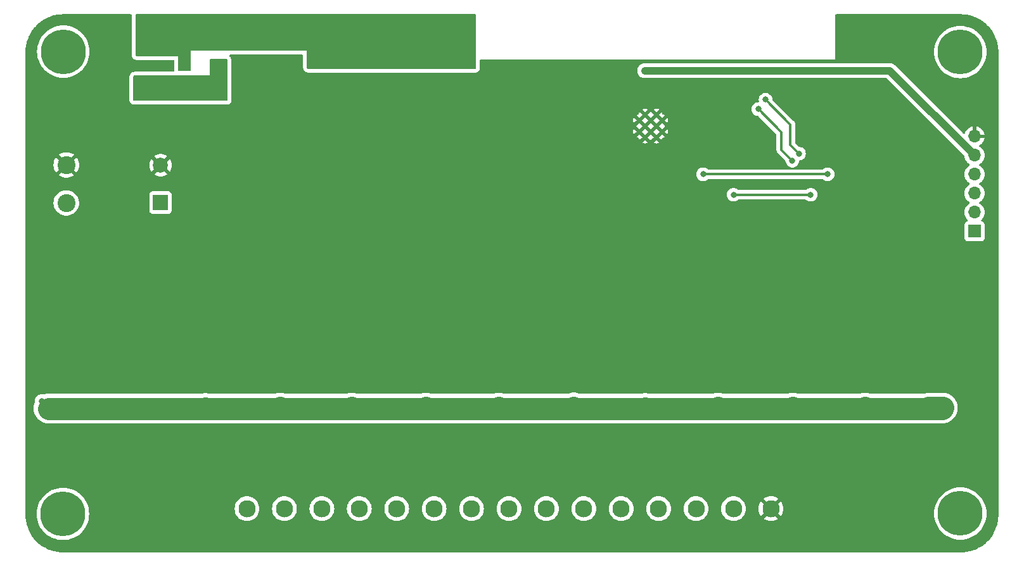
<source format=gbr>
%TF.GenerationSoftware,KiCad,Pcbnew,7.0.9*%
%TF.CreationDate,2023-12-31T09:39:46+02:00*%
%TF.ProjectId,RainMaker,5261696e-4d61-46b6-9572-2e6b69636164,rev?*%
%TF.SameCoordinates,Original*%
%TF.FileFunction,Copper,L2,Bot*%
%TF.FilePolarity,Positive*%
%FSLAX46Y46*%
G04 Gerber Fmt 4.6, Leading zero omitted, Abs format (unit mm)*
G04 Created by KiCad (PCBNEW 7.0.9) date 2023-12-31 09:39:46*
%MOMM*%
%LPD*%
G01*
G04 APERTURE LIST*
%TA.AperFunction,ComponentPad*%
%ADD10C,6.000000*%
%TD*%
%TA.AperFunction,ComponentPad*%
%ADD11C,2.300000*%
%TD*%
%TA.AperFunction,ComponentPad*%
%ADD12C,2.000000*%
%TD*%
%TA.AperFunction,ComponentPad*%
%ADD13R,2.000000X2.000000*%
%TD*%
%TA.AperFunction,ComponentPad*%
%ADD14C,2.400000*%
%TD*%
%TA.AperFunction,ComponentPad*%
%ADD15R,1.700000X1.700000*%
%TD*%
%TA.AperFunction,ComponentPad*%
%ADD16O,1.700000X1.700000*%
%TD*%
%TA.AperFunction,HeatsinkPad*%
%ADD17C,0.600000*%
%TD*%
%TA.AperFunction,ViaPad*%
%ADD18C,0.800000*%
%TD*%
%TA.AperFunction,ViaPad*%
%ADD19C,0.600000*%
%TD*%
%TA.AperFunction,Conductor*%
%ADD20C,0.300000*%
%TD*%
%TA.AperFunction,Conductor*%
%ADD21C,3.000000*%
%TD*%
%TA.AperFunction,Conductor*%
%ADD22C,1.000000*%
%TD*%
G04 APERTURE END LIST*
D10*
%TO.P,REF\u002A\u002A,1*%
%TO.N,N/C*%
X55000000Y-116850000D03*
%TD*%
D11*
%TO.P,J3,1,1*%
%TO.N,/Z_1_OUT*%
X79600000Y-116150000D03*
%TO.P,J3,2,2*%
%TO.N,/Z_2_OUT*%
X84600000Y-116150000D03*
%TO.P,J3,3,3*%
%TO.N,/Z_3_OUT*%
X89600000Y-116150000D03*
%TO.P,J3,4,4*%
%TO.N,/Z_4_OUT*%
X94600000Y-116150000D03*
%TO.P,J3,5,5*%
%TO.N,/Z_5_OUT*%
X99600000Y-116150000D03*
%TO.P,J3,6,6*%
%TO.N,/Z_6_OUT*%
X104600000Y-116150000D03*
%TO.P,J3,7,7*%
%TO.N,/Z_7_OUT*%
X109600000Y-116150000D03*
%TO.P,J3,8,8*%
%TO.N,/Z_8_OUT*%
X114600000Y-116150000D03*
%TO.P,J3,9,9*%
%TO.N,/Z_9_OUT*%
X119600000Y-116150000D03*
%TO.P,J3,10,10*%
%TO.N,/Z_10_OUT*%
X124600000Y-116150000D03*
%TO.P,J3,11,11*%
%TO.N,/Z_11_OUT*%
X129600000Y-116150000D03*
%TO.P,J3,12,12*%
%TO.N,/Z_12_OUT*%
X134600000Y-116150000D03*
%TO.P,J3,13,13*%
%TO.N,VCC*%
X139600000Y-116150000D03*
%TO.P,J3,14,14*%
X144600000Y-116150000D03*
%TO.P,J3,15,15*%
%TO.N,GND*%
X149600000Y-116150000D03*
%TD*%
D10*
%TO.P,REF\u002A\u002A,1*%
%TO.N,N/C*%
X174900000Y-116800000D03*
%TD*%
D12*
%TO.P,C1,2*%
%TO.N,GND*%
X68050000Y-70200000D03*
D13*
%TO.P,C1,1*%
%TO.N,VCC*%
X68050000Y-75200000D03*
%TD*%
D14*
%TO.P,J1,1,1*%
%TO.N,GND*%
X55450000Y-70160000D03*
%TO.P,J1,2,2*%
%TO.N,VCC*%
X55450000Y-75240000D03*
%TD*%
D15*
%TO.P,J2,1,Pin_1*%
%TO.N,/ESP_IO_0*%
X176800000Y-79040000D03*
D16*
%TO.P,J2,2,Pin_2*%
%TO.N,/ESP_RX*%
X176800000Y-76500000D03*
%TO.P,J2,3,Pin_3*%
%TO.N,/ESP_TX*%
X176800000Y-73960000D03*
%TO.P,J2,4,Pin_4*%
%TO.N,/ESP_EN*%
X176800000Y-71420000D03*
%TO.P,J2,5,Pin_5*%
%TO.N,+3.3V*%
X176800000Y-68880000D03*
%TO.P,J2,6,Pin_6*%
%TO.N,GND*%
X176800000Y-66340000D03*
%TD*%
D10*
%TO.P,REF\u002A\u002A,1*%
%TO.N,N/C*%
X174900000Y-55050000D03*
%TD*%
%TO.P,REF\u002A\u002A,1*%
%TO.N,N/C*%
X55050000Y-55000000D03*
%TD*%
D17*
%TO.P,U2,39,GND*%
%TO.N,GND*%
X131995000Y-64197500D03*
X131995000Y-65722500D03*
X132757500Y-63435000D03*
X132757500Y-64960000D03*
X132757500Y-66485000D03*
X133520000Y-64197500D03*
X133520000Y-65722500D03*
X134282500Y-63435000D03*
X134282500Y-64960000D03*
X134282500Y-66485000D03*
X135045000Y-64197500D03*
X135045000Y-65722500D03*
%TD*%
D18*
%TO.N,/ESP_EN*%
X140534977Y-71415023D03*
X157174977Y-71415023D03*
%TO.N,VCC*%
X53100000Y-102750000D03*
X53100000Y-101750000D03*
X152500000Y-102650000D03*
X132800000Y-102700000D03*
X84000000Y-102650000D03*
X142500000Y-102650000D03*
X103450000Y-102650000D03*
X52150000Y-101750000D03*
X55300000Y-103800000D03*
X54050000Y-101750000D03*
X52150000Y-102750000D03*
X64100000Y-102750000D03*
X113200000Y-102650000D03*
X123250000Y-102600000D03*
X172450000Y-102750000D03*
X54350000Y-103750000D03*
X53450000Y-103700000D03*
X162150000Y-102650000D03*
X52550000Y-103650000D03*
X74050000Y-102700000D03*
X93550000Y-102650000D03*
X54050000Y-102800000D03*
%TO.N,+3.3V*%
X106700000Y-56800000D03*
D19*
X65300000Y-54900000D03*
X65300000Y-53500000D03*
D18*
X132750000Y-57550000D03*
D19*
X65300000Y-54200000D03*
D18*
%TO.N,/ESP_TX*%
X153350000Y-68650000D03*
X148880000Y-61430000D03*
%TO.N,/ESP_RX*%
X152450000Y-69600000D03*
X147900000Y-62700000D03*
%TO.N,/ESP_IO_0*%
X144600000Y-74150000D03*
X154900000Y-74150000D03*
D19*
%TO.N,Net-(U1-SW)*%
X68046792Y-58999999D03*
X76300000Y-57000000D03*
X68039377Y-59831362D03*
X75332140Y-59969387D03*
X76350000Y-59950000D03*
X68033490Y-60676027D03*
%TD*%
D20*
%TO.N,/ESP_EN*%
X140500000Y-71450000D02*
X140534977Y-71415023D01*
X157174977Y-71415023D02*
X140534977Y-71415023D01*
D21*
%TO.N,VCC*%
X74000000Y-102750000D02*
X74050000Y-102700000D01*
X113100000Y-102750000D02*
X113200000Y-102650000D01*
X74100000Y-102750000D02*
X83900000Y-102750000D01*
X152600000Y-102750000D02*
X162050000Y-102750000D01*
X123400000Y-102750000D02*
X132750000Y-102750000D01*
X162050000Y-102750000D02*
X162150000Y-102650000D01*
X93650000Y-102750000D02*
X103350000Y-102750000D01*
X172550000Y-102650000D02*
X170650000Y-102650000D01*
X162150000Y-102650000D02*
X162250000Y-102750000D01*
X132800000Y-102700000D02*
X132850000Y-102750000D01*
X172450000Y-102750000D02*
X172550000Y-102650000D01*
X162250000Y-102750000D02*
X172450000Y-102750000D01*
X113300000Y-102750000D02*
X123100000Y-102750000D01*
X84000000Y-102650000D02*
X84100000Y-102750000D01*
X142500000Y-102650000D02*
X142600000Y-102750000D01*
X83900000Y-102750000D02*
X84000000Y-102650000D01*
X103450000Y-102650000D02*
X103550000Y-102750000D01*
X93450000Y-102750000D02*
X93550000Y-102650000D01*
X152400000Y-102750000D02*
X152500000Y-102650000D01*
X103350000Y-102750000D02*
X103450000Y-102650000D01*
X53100000Y-102750000D02*
X64100000Y-102750000D01*
X74050000Y-102700000D02*
X74100000Y-102750000D01*
X152500000Y-102650000D02*
X152600000Y-102750000D01*
X132750000Y-102750000D02*
X132800000Y-102700000D01*
X142400000Y-102750000D02*
X142500000Y-102650000D01*
X93550000Y-102650000D02*
X93650000Y-102750000D01*
X132850000Y-102750000D02*
X142400000Y-102750000D01*
X123100000Y-102750000D02*
X123250000Y-102600000D01*
X84100000Y-102750000D02*
X93450000Y-102750000D01*
X123250000Y-102600000D02*
X123400000Y-102750000D01*
X103550000Y-102750000D02*
X113100000Y-102750000D01*
X142600000Y-102750000D02*
X152400000Y-102750000D01*
X113200000Y-102650000D02*
X113300000Y-102750000D01*
X64100000Y-102750000D02*
X74000000Y-102750000D01*
D22*
%TO.N,+3.3V*%
X132750000Y-57550000D02*
X165470000Y-57550000D01*
X165470000Y-57550000D02*
X176800000Y-68880000D01*
D20*
%TO.N,/ESP_TX*%
X152200000Y-67500000D02*
X153350000Y-68650000D01*
X148880000Y-61430000D02*
X152200000Y-64750000D01*
X152200000Y-64750000D02*
X152200000Y-67500000D01*
%TO.N,/ESP_RX*%
X147900000Y-62700000D02*
X151000000Y-65800000D01*
X151000000Y-65800000D02*
X151000000Y-68150000D01*
X151000000Y-68150000D02*
X152450000Y-69600000D01*
%TO.N,/ESP_IO_0*%
X144600000Y-74150000D02*
X154900000Y-74150000D01*
%TD*%
%TA.AperFunction,Conductor*%
%TO.N,+3.3V*%
G36*
X72000000Y-54900000D02*
G01*
X72100000Y-54900000D01*
X72100000Y-57476000D01*
X72080315Y-57543039D01*
X72027511Y-57588794D01*
X71976000Y-57600000D01*
X70524000Y-57600000D01*
X70456961Y-57580315D01*
X70411206Y-57527511D01*
X70400000Y-57476000D01*
X70400000Y-55600000D01*
X64824000Y-55600000D01*
X64756961Y-55580315D01*
X64711206Y-55527511D01*
X64700000Y-55476000D01*
X64700000Y-50124500D01*
X64719685Y-50057461D01*
X64772489Y-50011706D01*
X64824000Y-50000500D01*
X72000000Y-50000500D01*
X72000000Y-54900000D01*
G37*
%TD.AperFunction*%
%TD*%
%TA.AperFunction,Conductor*%
%TO.N,GND*%
G36*
X64137539Y-50020185D02*
G01*
X64183294Y-50072989D01*
X64194500Y-50124500D01*
X64194500Y-55476000D01*
X64194501Y-55476009D01*
X64206052Y-55583450D01*
X64206054Y-55583462D01*
X64217260Y-55634972D01*
X64251383Y-55737497D01*
X64251386Y-55737503D01*
X64329171Y-55858537D01*
X64329179Y-55858548D01*
X64374923Y-55911340D01*
X64374926Y-55911343D01*
X64374930Y-55911347D01*
X64483664Y-56005567D01*
X64483667Y-56005568D01*
X64483668Y-56005569D01*
X64507710Y-56016549D01*
X64614541Y-56065338D01*
X64659357Y-56078497D01*
X64681575Y-56085022D01*
X64681580Y-56085023D01*
X64681584Y-56085024D01*
X64824000Y-56105500D01*
X69770500Y-56105500D01*
X69837539Y-56125185D01*
X69883294Y-56177989D01*
X69894500Y-56229500D01*
X69894500Y-57476000D01*
X69894501Y-57476009D01*
X69903235Y-57557245D01*
X69890830Y-57626004D01*
X69843220Y-57677142D01*
X69779946Y-57694500D01*
X64524000Y-57694500D01*
X64523991Y-57694500D01*
X64523990Y-57694501D01*
X64416549Y-57706052D01*
X64416537Y-57706054D01*
X64365027Y-57717260D01*
X64262502Y-57751383D01*
X64262496Y-57751386D01*
X64141462Y-57829171D01*
X64141451Y-57829179D01*
X64088659Y-57874923D01*
X63994433Y-57983664D01*
X63994430Y-57983668D01*
X63934664Y-58114534D01*
X63914978Y-58181575D01*
X63914976Y-58181580D01*
X63912004Y-58202253D01*
X63894500Y-58324000D01*
X63894500Y-61476000D01*
X63894501Y-61476009D01*
X63906052Y-61583450D01*
X63906054Y-61583462D01*
X63917260Y-61634972D01*
X63951383Y-61737497D01*
X63951386Y-61737503D01*
X64029171Y-61858537D01*
X64029179Y-61858548D01*
X64074923Y-61911340D01*
X64074926Y-61911343D01*
X64074930Y-61911347D01*
X64183664Y-62005567D01*
X64183667Y-62005568D01*
X64183668Y-62005569D01*
X64277925Y-62048616D01*
X64314541Y-62065338D01*
X64359357Y-62078497D01*
X64381575Y-62085022D01*
X64381580Y-62085023D01*
X64381584Y-62085024D01*
X64524000Y-62105500D01*
X64524003Y-62105500D01*
X76875990Y-62105500D01*
X76876000Y-62105500D01*
X76983456Y-62093947D01*
X77034967Y-62082741D01*
X77069197Y-62071347D01*
X77137497Y-62048616D01*
X77137501Y-62048613D01*
X77137504Y-62048613D01*
X77258543Y-61970825D01*
X77311347Y-61925070D01*
X77405567Y-61816336D01*
X77465338Y-61685459D01*
X77485023Y-61618420D01*
X77485024Y-61618416D01*
X77505500Y-61476000D01*
X77505500Y-58400000D01*
X77505500Y-56124000D01*
X77493947Y-56016544D01*
X77482741Y-55965033D01*
X77482637Y-55964722D01*
X77448616Y-55862502D01*
X77448613Y-55862496D01*
X77370828Y-55741462D01*
X77370825Y-55741457D01*
X77367394Y-55737497D01*
X77325076Y-55688659D01*
X77325072Y-55688656D01*
X77325070Y-55688653D01*
X77249547Y-55623211D01*
X77211774Y-55564434D01*
X77211775Y-55494564D01*
X77249550Y-55435786D01*
X77313106Y-55406762D01*
X77330752Y-55405500D01*
X86970500Y-55405500D01*
X87037539Y-55425185D01*
X87083294Y-55477989D01*
X87094500Y-55529500D01*
X87094500Y-57176000D01*
X87094501Y-57176009D01*
X87106052Y-57283450D01*
X87106054Y-57283462D01*
X87117260Y-57334972D01*
X87151383Y-57437497D01*
X87151386Y-57437503D01*
X87229171Y-57558537D01*
X87229179Y-57558548D01*
X87274923Y-57611340D01*
X87274926Y-57611343D01*
X87274930Y-57611347D01*
X87383664Y-57705567D01*
X87383667Y-57705568D01*
X87383668Y-57705569D01*
X87483984Y-57751383D01*
X87514541Y-57765338D01*
X87559357Y-57778497D01*
X87581575Y-57785022D01*
X87581580Y-57785023D01*
X87581584Y-57785024D01*
X87724000Y-57805500D01*
X87724003Y-57805500D01*
X110075990Y-57805500D01*
X110076000Y-57805500D01*
X110183456Y-57793947D01*
X110234967Y-57782741D01*
X110269197Y-57771347D01*
X110337497Y-57748616D01*
X110337501Y-57748613D01*
X110337504Y-57748613D01*
X110458543Y-57670825D01*
X110511347Y-57625070D01*
X110532260Y-57600936D01*
X131745631Y-57600936D01*
X131776442Y-57802063D01*
X131776445Y-57802075D01*
X131847111Y-57992881D01*
X131847115Y-57992888D01*
X131954745Y-58165567D01*
X131954747Y-58165569D01*
X131954748Y-58165571D01*
X132094941Y-58313053D01*
X132196499Y-58383739D01*
X132261949Y-58429294D01*
X132261950Y-58429294D01*
X132261951Y-58429295D01*
X132448942Y-58509540D01*
X132648259Y-58550500D01*
X165004217Y-58550500D01*
X165071256Y-58570185D01*
X165091898Y-58586819D01*
X175418108Y-68913029D01*
X175451593Y-68974352D01*
X175453955Y-68989901D01*
X175464936Y-69115403D01*
X175464938Y-69115413D01*
X175526094Y-69343655D01*
X175526096Y-69343659D01*
X175526097Y-69343663D01*
X175568532Y-69434665D01*
X175625965Y-69557830D01*
X175625967Y-69557834D01*
X175761501Y-69751395D01*
X175761506Y-69751402D01*
X175928597Y-69918493D01*
X175928603Y-69918498D01*
X176114158Y-70048425D01*
X176157783Y-70103002D01*
X176164977Y-70172500D01*
X176133454Y-70234855D01*
X176114158Y-70251575D01*
X175928597Y-70381505D01*
X175761505Y-70548597D01*
X175625965Y-70742169D01*
X175625964Y-70742171D01*
X175526098Y-70956335D01*
X175526094Y-70956344D01*
X175464938Y-71184586D01*
X175464936Y-71184596D01*
X175444341Y-71419999D01*
X175444341Y-71420000D01*
X175464936Y-71655403D01*
X175464938Y-71655413D01*
X175526094Y-71883655D01*
X175526096Y-71883659D01*
X175526097Y-71883663D01*
X175555743Y-71947239D01*
X175625965Y-72097830D01*
X175625967Y-72097834D01*
X175761501Y-72291395D01*
X175761506Y-72291402D01*
X175928597Y-72458493D01*
X175928603Y-72458498D01*
X176114158Y-72588425D01*
X176157783Y-72643002D01*
X176164977Y-72712500D01*
X176133454Y-72774855D01*
X176114158Y-72791575D01*
X175928597Y-72921505D01*
X175761505Y-73088597D01*
X175625965Y-73282169D01*
X175625964Y-73282171D01*
X175526098Y-73496335D01*
X175526094Y-73496344D01*
X175464938Y-73724586D01*
X175464936Y-73724596D01*
X175444341Y-73959999D01*
X175444341Y-73960000D01*
X175464936Y-74195403D01*
X175464938Y-74195413D01*
X175526094Y-74423655D01*
X175526096Y-74423659D01*
X175526097Y-74423663D01*
X175570220Y-74518284D01*
X175625965Y-74637830D01*
X175625967Y-74637834D01*
X175657044Y-74682216D01*
X175753651Y-74820185D01*
X175761501Y-74831395D01*
X175761506Y-74831402D01*
X175928597Y-74998493D01*
X175928603Y-74998498D01*
X176114158Y-75128425D01*
X176157783Y-75183002D01*
X176164977Y-75252500D01*
X176133454Y-75314855D01*
X176114158Y-75331575D01*
X175928597Y-75461505D01*
X175761505Y-75628597D01*
X175625965Y-75822169D01*
X175625964Y-75822171D01*
X175526098Y-76036335D01*
X175526094Y-76036344D01*
X175464938Y-76264586D01*
X175464936Y-76264596D01*
X175444341Y-76499999D01*
X175444341Y-76500000D01*
X175464936Y-76735403D01*
X175464938Y-76735413D01*
X175526094Y-76963655D01*
X175526096Y-76963659D01*
X175526097Y-76963663D01*
X175625965Y-77177830D01*
X175625967Y-77177834D01*
X175734281Y-77332521D01*
X175761501Y-77371396D01*
X175761506Y-77371402D01*
X175883430Y-77493326D01*
X175916915Y-77554649D01*
X175911931Y-77624341D01*
X175870059Y-77680274D01*
X175839083Y-77697189D01*
X175707669Y-77746203D01*
X175707664Y-77746206D01*
X175592455Y-77832452D01*
X175592452Y-77832455D01*
X175506206Y-77947664D01*
X175506202Y-77947671D01*
X175455908Y-78082517D01*
X175449501Y-78142116D01*
X175449501Y-78142123D01*
X175449500Y-78142135D01*
X175449500Y-79937870D01*
X175449501Y-79937876D01*
X175455908Y-79997483D01*
X175506202Y-80132328D01*
X175506206Y-80132335D01*
X175592452Y-80247544D01*
X175592455Y-80247547D01*
X175707664Y-80333793D01*
X175707671Y-80333797D01*
X175842517Y-80384091D01*
X175842516Y-80384091D01*
X175849444Y-80384835D01*
X175902127Y-80390500D01*
X177697872Y-80390499D01*
X177757483Y-80384091D01*
X177892331Y-80333796D01*
X178007546Y-80247546D01*
X178093796Y-80132331D01*
X178144091Y-79997483D01*
X178150500Y-79937873D01*
X178150499Y-78142128D01*
X178144091Y-78082517D01*
X178093796Y-77947669D01*
X178093795Y-77947668D01*
X178093793Y-77947664D01*
X178007547Y-77832455D01*
X178007544Y-77832452D01*
X177892335Y-77746206D01*
X177892328Y-77746202D01*
X177760917Y-77697189D01*
X177704983Y-77655318D01*
X177680566Y-77589853D01*
X177695418Y-77521580D01*
X177716563Y-77493332D01*
X177838495Y-77371401D01*
X177974035Y-77177830D01*
X178073903Y-76963663D01*
X178135063Y-76735408D01*
X178155659Y-76500000D01*
X178135063Y-76264592D01*
X178073903Y-76036337D01*
X177974035Y-75822171D01*
X177838495Y-75628599D01*
X177838494Y-75628597D01*
X177671402Y-75461506D01*
X177671396Y-75461501D01*
X177485842Y-75331575D01*
X177442217Y-75276998D01*
X177435023Y-75207500D01*
X177466546Y-75145145D01*
X177485842Y-75128425D01*
X177653339Y-75011142D01*
X177671401Y-74998495D01*
X177838495Y-74831401D01*
X177974035Y-74637830D01*
X178073903Y-74423663D01*
X178135063Y-74195408D01*
X178155659Y-73960000D01*
X178135063Y-73724592D01*
X178074751Y-73499500D01*
X178073905Y-73496344D01*
X178073904Y-73496343D01*
X178073903Y-73496337D01*
X177974035Y-73282171D01*
X177838495Y-73088599D01*
X177838494Y-73088597D01*
X177671402Y-72921506D01*
X177671396Y-72921501D01*
X177485842Y-72791575D01*
X177442217Y-72736998D01*
X177435023Y-72667500D01*
X177466546Y-72605145D01*
X177485842Y-72588425D01*
X177508026Y-72572891D01*
X177671401Y-72458495D01*
X177838495Y-72291401D01*
X177974035Y-72097830D01*
X178073903Y-71883663D01*
X178135063Y-71655408D01*
X178155659Y-71420000D01*
X178135063Y-71184592D01*
X178073903Y-70956337D01*
X177974035Y-70742171D01*
X177936607Y-70688717D01*
X177838494Y-70548597D01*
X177671402Y-70381506D01*
X177671396Y-70381501D01*
X177485842Y-70251575D01*
X177442217Y-70196998D01*
X177435023Y-70127500D01*
X177466546Y-70065145D01*
X177485842Y-70048425D01*
X177508026Y-70032891D01*
X177671401Y-69918495D01*
X177838495Y-69751401D01*
X177974035Y-69557830D01*
X178073903Y-69343663D01*
X178135063Y-69115408D01*
X178155659Y-68880000D01*
X178135063Y-68644592D01*
X178073903Y-68416337D01*
X177974035Y-68202171D01*
X177973285Y-68201099D01*
X177838494Y-68008597D01*
X177671402Y-67841506D01*
X177671401Y-67841505D01*
X177485405Y-67711269D01*
X177441781Y-67656692D01*
X177434588Y-67587193D01*
X177466110Y-67524839D01*
X177485405Y-67508119D01*
X177671082Y-67378105D01*
X177838105Y-67211082D01*
X177973600Y-67017578D01*
X178073429Y-66803492D01*
X178073432Y-66803486D01*
X178130636Y-66590000D01*
X177233686Y-66590000D01*
X177259493Y-66549844D01*
X177300000Y-66411889D01*
X177300000Y-66268111D01*
X177259493Y-66130156D01*
X177233686Y-66090000D01*
X178130636Y-66090000D01*
X178130635Y-66089999D01*
X178073432Y-65876513D01*
X178073429Y-65876507D01*
X177973600Y-65662422D01*
X177973599Y-65662420D01*
X177838113Y-65468926D01*
X177838108Y-65468920D01*
X177671082Y-65301894D01*
X177477578Y-65166399D01*
X177263492Y-65066570D01*
X177263486Y-65066567D01*
X177050000Y-65009364D01*
X177050000Y-65904498D01*
X176942315Y-65855320D01*
X176835763Y-65840000D01*
X176764237Y-65840000D01*
X176657685Y-65855320D01*
X176550000Y-65904498D01*
X176550000Y-65009364D01*
X176549999Y-65009364D01*
X176336513Y-65066567D01*
X176336507Y-65066570D01*
X176122422Y-65166399D01*
X176122420Y-65166400D01*
X175928926Y-65301886D01*
X175928920Y-65301891D01*
X175761891Y-65468920D01*
X175761886Y-65468926D01*
X175626400Y-65662420D01*
X175626399Y-65662422D01*
X175526570Y-65876507D01*
X175526564Y-65876522D01*
X175515558Y-65917597D01*
X175479193Y-65977257D01*
X175416345Y-66007785D01*
X175346970Y-65999490D01*
X175308103Y-65973183D01*
X166186452Y-56851532D01*
X166125061Y-56786949D01*
X166125060Y-56786948D01*
X166125059Y-56786947D01*
X166075792Y-56752656D01*
X166074709Y-56751902D01*
X166070946Y-56749064D01*
X166023413Y-56710305D01*
X166023406Y-56710300D01*
X165992959Y-56694397D01*
X165986251Y-56690334D01*
X165958049Y-56670705D01*
X165958046Y-56670703D01*
X165958045Y-56670703D01*
X165958041Y-56670701D01*
X165901680Y-56646514D01*
X165897424Y-56644493D01*
X165843057Y-56616094D01*
X165843050Y-56616091D01*
X165843049Y-56616091D01*
X165837008Y-56614362D01*
X165810030Y-56606642D01*
X165802630Y-56604008D01*
X165771057Y-56590459D01*
X165771058Y-56590459D01*
X165710966Y-56578109D01*
X165706391Y-56576986D01*
X165647420Y-56560113D01*
X165647425Y-56560113D01*
X165613158Y-56557503D01*
X165605380Y-56556412D01*
X165571742Y-56549500D01*
X165571741Y-56549500D01*
X165510402Y-56549500D01*
X165505695Y-56549321D01*
X165500121Y-56548896D01*
X165444524Y-56544662D01*
X165424589Y-56547201D01*
X165410440Y-56549003D01*
X165402611Y-56549500D01*
X132699257Y-56549500D01*
X132547560Y-56564925D01*
X132353420Y-56625837D01*
X132353405Y-56625844D01*
X132175500Y-56724589D01*
X132175495Y-56724592D01*
X132021106Y-56857132D01*
X132021104Y-56857134D01*
X131896554Y-57018037D01*
X131896553Y-57018040D01*
X131806940Y-57200728D01*
X131755937Y-57397714D01*
X131745631Y-57600936D01*
X110532260Y-57600936D01*
X110605567Y-57516336D01*
X110665338Y-57385459D01*
X110685023Y-57318420D01*
X110685024Y-57318416D01*
X110705500Y-57176000D01*
X110705500Y-56194000D01*
X110725185Y-56126961D01*
X110777989Y-56081206D01*
X110829500Y-56070000D01*
X158200000Y-56070000D01*
X158200000Y-55050000D01*
X171394696Y-55050000D01*
X171413898Y-55416405D01*
X171457018Y-55688653D01*
X171471295Y-55778794D01*
X171563793Y-56124001D01*
X171566260Y-56133206D01*
X171697746Y-56475739D01*
X171864320Y-56802656D01*
X172064147Y-57110364D01*
X172204310Y-57283450D01*
X172295051Y-57395506D01*
X172554494Y-57654949D01*
X172631442Y-57717260D01*
X172839635Y-57885852D01*
X173070354Y-58035682D01*
X173147348Y-58085682D01*
X173474264Y-58252255D01*
X173816801Y-58383742D01*
X174171206Y-58478705D01*
X174533596Y-58536102D01*
X174879734Y-58554241D01*
X174899999Y-58555304D01*
X174900000Y-58555304D01*
X174900001Y-58555304D01*
X174919203Y-58554297D01*
X175266404Y-58536102D01*
X175628794Y-58478705D01*
X175983199Y-58383742D01*
X176325736Y-58252255D01*
X176652652Y-58085682D01*
X176960366Y-57885851D01*
X177245506Y-57654949D01*
X177504949Y-57395506D01*
X177735851Y-57110366D01*
X177935682Y-56802652D01*
X178102255Y-56475736D01*
X178233742Y-56133199D01*
X178328705Y-55778794D01*
X178386102Y-55416404D01*
X178405304Y-55050000D01*
X178386102Y-54683596D01*
X178328705Y-54321206D01*
X178233742Y-53966801D01*
X178225690Y-53945826D01*
X178147910Y-53743200D01*
X178102255Y-53624264D01*
X177935682Y-53297348D01*
X177830620Y-53135566D01*
X177735852Y-52989635D01*
X177504952Y-52704498D01*
X177504949Y-52704494D01*
X177245506Y-52445051D01*
X176960366Y-52214149D01*
X176960364Y-52214147D01*
X176652656Y-52014320D01*
X176325739Y-51847746D01*
X175983206Y-51716260D01*
X175911163Y-51696956D01*
X175628794Y-51621295D01*
X175628790Y-51621294D01*
X175628789Y-51621294D01*
X175266405Y-51563898D01*
X174900001Y-51544696D01*
X174899999Y-51544696D01*
X174533594Y-51563898D01*
X174171211Y-51621294D01*
X174171209Y-51621294D01*
X173816793Y-51716260D01*
X173474260Y-51847746D01*
X173147343Y-52014320D01*
X172839635Y-52214147D01*
X172554498Y-52445047D01*
X172554490Y-52445054D01*
X172295054Y-52704490D01*
X172295047Y-52704498D01*
X172064147Y-52989635D01*
X171864320Y-53297343D01*
X171697746Y-53624260D01*
X171566260Y-53966793D01*
X171471294Y-54321209D01*
X171471294Y-54321211D01*
X171413898Y-54683594D01*
X171394696Y-55049999D01*
X171394696Y-55050000D01*
X158200000Y-55050000D01*
X158200000Y-50124500D01*
X158219685Y-50057461D01*
X158272489Y-50011706D01*
X158324000Y-50000500D01*
X174999500Y-50000500D01*
X175000000Y-50000500D01*
X175217318Y-50009488D01*
X175415934Y-50018160D01*
X175420865Y-50018574D01*
X175636792Y-50045489D01*
X175832940Y-50071313D01*
X175837265Y-50071883D01*
X175841894Y-50072671D01*
X176054183Y-50117183D01*
X176252534Y-50161157D01*
X176256778Y-50162257D01*
X176464544Y-50224112D01*
X176658658Y-50285317D01*
X176662530Y-50286680D01*
X176864457Y-50365472D01*
X177052817Y-50443494D01*
X177056252Y-50445045D01*
X177131343Y-50481755D01*
X177250992Y-50540249D01*
X177388629Y-50611897D01*
X177432009Y-50634479D01*
X177435107Y-50636207D01*
X177621382Y-50747202D01*
X177793662Y-50856957D01*
X177796377Y-50858789D01*
X177972918Y-50984837D01*
X178135098Y-51109282D01*
X178137426Y-51111159D01*
X178303055Y-51251439D01*
X178454895Y-51390574D01*
X178609424Y-51545103D01*
X178720444Y-51666260D01*
X178748555Y-51696938D01*
X178763008Y-51714003D01*
X178888839Y-51862572D01*
X178890716Y-51864900D01*
X179015162Y-52027081D01*
X179141209Y-52203621D01*
X179143040Y-52206335D01*
X179252797Y-52378617D01*
X179363791Y-52564891D01*
X179365525Y-52568000D01*
X179459750Y-52749007D01*
X179525992Y-52884503D01*
X179554953Y-52943744D01*
X179556524Y-52947229D01*
X179634536Y-53135566D01*
X179713309Y-53337445D01*
X179714681Y-53341340D01*
X179775899Y-53535496D01*
X179837735Y-53743200D01*
X179838843Y-53747472D01*
X179882818Y-53945826D01*
X179927326Y-54158101D01*
X179928115Y-54162733D01*
X179954524Y-54363319D01*
X179981422Y-54579114D01*
X179981839Y-54584080D01*
X179990513Y-54782728D01*
X179999500Y-55000000D01*
X179999500Y-117000000D01*
X179990513Y-117217271D01*
X179981839Y-117415918D01*
X179981422Y-117420884D01*
X179954524Y-117636680D01*
X179928115Y-117837265D01*
X179927326Y-117841897D01*
X179882818Y-118054173D01*
X179838843Y-118252526D01*
X179837735Y-118256798D01*
X179775899Y-118464503D01*
X179714681Y-118658658D01*
X179713309Y-118662552D01*
X179634536Y-118864433D01*
X179556524Y-119052769D01*
X179554944Y-119056274D01*
X179459750Y-119250992D01*
X179365525Y-119431998D01*
X179363791Y-119435107D01*
X179252797Y-119621382D01*
X179143040Y-119793663D01*
X179141209Y-119796377D01*
X179015162Y-119972918D01*
X178890716Y-120135099D01*
X178888839Y-120137426D01*
X178748557Y-120303059D01*
X178609426Y-120454895D01*
X178454895Y-120609426D01*
X178303059Y-120748557D01*
X178137426Y-120888839D01*
X178135099Y-120890716D01*
X177972918Y-121015162D01*
X177796377Y-121141209D01*
X177793663Y-121143040D01*
X177621382Y-121252797D01*
X177435107Y-121363791D01*
X177431998Y-121365525D01*
X177250992Y-121459750D01*
X177056274Y-121554944D01*
X177052769Y-121556524D01*
X176864433Y-121634536D01*
X176662552Y-121713309D01*
X176658658Y-121714681D01*
X176464503Y-121775899D01*
X176256798Y-121837735D01*
X176252526Y-121838843D01*
X176054173Y-121882818D01*
X175841897Y-121927326D01*
X175837265Y-121928115D01*
X175636680Y-121954524D01*
X175420884Y-121981422D01*
X175415918Y-121981839D01*
X175217271Y-121990513D01*
X175000000Y-121999500D01*
X55000000Y-121999500D01*
X54782728Y-121990513D01*
X54584080Y-121981839D01*
X54579114Y-121981422D01*
X54363319Y-121954524D01*
X54162733Y-121928115D01*
X54158101Y-121927326D01*
X53945826Y-121882818D01*
X53747472Y-121838843D01*
X53743200Y-121837735D01*
X53535496Y-121775899D01*
X53341340Y-121714681D01*
X53337445Y-121713309D01*
X53135566Y-121634536D01*
X52947229Y-121556524D01*
X52943744Y-121554953D01*
X52884503Y-121525992D01*
X52749007Y-121459750D01*
X52568000Y-121365525D01*
X52564891Y-121363791D01*
X52378617Y-121252797D01*
X52206335Y-121143040D01*
X52203621Y-121141209D01*
X52027081Y-121015162D01*
X51864900Y-120890716D01*
X51862572Y-120888839D01*
X51696940Y-120748557D01*
X51545103Y-120609424D01*
X51390574Y-120454895D01*
X51251439Y-120303055D01*
X51111159Y-120137426D01*
X51109282Y-120135098D01*
X50984837Y-119972918D01*
X50858789Y-119796377D01*
X50856957Y-119793662D01*
X50747202Y-119621382D01*
X50636207Y-119435107D01*
X50634473Y-119431998D01*
X50620390Y-119404945D01*
X50611897Y-119388629D01*
X50540249Y-119250992D01*
X50481755Y-119131343D01*
X50445045Y-119056252D01*
X50443494Y-119052817D01*
X50365463Y-118864433D01*
X50286680Y-118662530D01*
X50285317Y-118658658D01*
X50224100Y-118464503D01*
X50213246Y-118428044D01*
X50162257Y-118256778D01*
X50161155Y-118252526D01*
X50155216Y-118225739D01*
X50117175Y-118054145D01*
X50111495Y-118027057D01*
X50072671Y-117841894D01*
X50071883Y-117837265D01*
X50067715Y-117805603D01*
X50045489Y-117636791D01*
X50018574Y-117420865D01*
X50018160Y-117415934D01*
X50009486Y-117217271D01*
X50000500Y-117000000D01*
X50000500Y-116999500D01*
X50000500Y-116850000D01*
X51494696Y-116850000D01*
X51513898Y-117216404D01*
X51571295Y-117578794D01*
X51652860Y-117883199D01*
X51666260Y-117933206D01*
X51797746Y-118275739D01*
X51964320Y-118602656D01*
X52164147Y-118910364D01*
X52282303Y-119056274D01*
X52395051Y-119195506D01*
X52654494Y-119454949D01*
X52654498Y-119454952D01*
X52939635Y-119685852D01*
X53170354Y-119835682D01*
X53247348Y-119885682D01*
X53574264Y-120052255D01*
X53916801Y-120183742D01*
X54271206Y-120278705D01*
X54633596Y-120336102D01*
X54979734Y-120354241D01*
X54999999Y-120355304D01*
X55000000Y-120355304D01*
X55000001Y-120355304D01*
X55019203Y-120354297D01*
X55366404Y-120336102D01*
X55728794Y-120278705D01*
X56083199Y-120183742D01*
X56425736Y-120052255D01*
X56752652Y-119885682D01*
X57060366Y-119685851D01*
X57345506Y-119454949D01*
X57604949Y-119195506D01*
X57835851Y-118910366D01*
X58035682Y-118602652D01*
X58202255Y-118275736D01*
X58333742Y-117933199D01*
X58428705Y-117578794D01*
X58486102Y-117216404D01*
X58505304Y-116850000D01*
X58486102Y-116483596D01*
X58433266Y-116150000D01*
X77944396Y-116150000D01*
X77964778Y-116408990D01*
X78025427Y-116661610D01*
X78124843Y-116901623D01*
X78124845Y-116901627D01*
X78124846Y-116901628D01*
X78260588Y-117123140D01*
X78429311Y-117320689D01*
X78626860Y-117489412D01*
X78848372Y-117625154D01*
X78848374Y-117625154D01*
X78848376Y-117625156D01*
X78876198Y-117636680D01*
X79088390Y-117724573D01*
X79341006Y-117785221D01*
X79600000Y-117805604D01*
X79858994Y-117785221D01*
X80111610Y-117724573D01*
X80351628Y-117625154D01*
X80573140Y-117489412D01*
X80770689Y-117320689D01*
X80939412Y-117123140D01*
X81075154Y-116901628D01*
X81174573Y-116661610D01*
X81235221Y-116408994D01*
X81255604Y-116150000D01*
X82944396Y-116150000D01*
X82964778Y-116408990D01*
X83025427Y-116661610D01*
X83124843Y-116901623D01*
X83124845Y-116901627D01*
X83124846Y-116901628D01*
X83260588Y-117123140D01*
X83429311Y-117320689D01*
X83626860Y-117489412D01*
X83848372Y-117625154D01*
X83848374Y-117625154D01*
X83848376Y-117625156D01*
X83876198Y-117636680D01*
X84088390Y-117724573D01*
X84341006Y-117785221D01*
X84600000Y-117805604D01*
X84858994Y-117785221D01*
X85111610Y-117724573D01*
X85351628Y-117625154D01*
X85573140Y-117489412D01*
X85770689Y-117320689D01*
X85939412Y-117123140D01*
X86075154Y-116901628D01*
X86174573Y-116661610D01*
X86235221Y-116408994D01*
X86255604Y-116150000D01*
X87944396Y-116150000D01*
X87964778Y-116408990D01*
X88025427Y-116661610D01*
X88124843Y-116901623D01*
X88124845Y-116901627D01*
X88124846Y-116901628D01*
X88260588Y-117123140D01*
X88429311Y-117320689D01*
X88626860Y-117489412D01*
X88848372Y-117625154D01*
X88848374Y-117625154D01*
X88848376Y-117625156D01*
X88876198Y-117636680D01*
X89088390Y-117724573D01*
X89341006Y-117785221D01*
X89600000Y-117805604D01*
X89858994Y-117785221D01*
X90111610Y-117724573D01*
X90351628Y-117625154D01*
X90573140Y-117489412D01*
X90770689Y-117320689D01*
X90939412Y-117123140D01*
X91075154Y-116901628D01*
X91174573Y-116661610D01*
X91235221Y-116408994D01*
X91255604Y-116150000D01*
X92944396Y-116150000D01*
X92964778Y-116408990D01*
X93025427Y-116661610D01*
X93124843Y-116901623D01*
X93124845Y-116901627D01*
X93124846Y-116901628D01*
X93260588Y-117123140D01*
X93429311Y-117320689D01*
X93626860Y-117489412D01*
X93848372Y-117625154D01*
X93848374Y-117625154D01*
X93848376Y-117625156D01*
X93876198Y-117636680D01*
X94088390Y-117724573D01*
X94341006Y-117785221D01*
X94600000Y-117805604D01*
X94858994Y-117785221D01*
X95111610Y-117724573D01*
X95351628Y-117625154D01*
X95573140Y-117489412D01*
X95770689Y-117320689D01*
X95939412Y-117123140D01*
X96075154Y-116901628D01*
X96174573Y-116661610D01*
X96235221Y-116408994D01*
X96255604Y-116150000D01*
X97944396Y-116150000D01*
X97964778Y-116408990D01*
X98025427Y-116661610D01*
X98124843Y-116901623D01*
X98124845Y-116901627D01*
X98124846Y-116901628D01*
X98260588Y-117123140D01*
X98429311Y-117320689D01*
X98626860Y-117489412D01*
X98848372Y-117625154D01*
X98848374Y-117625154D01*
X98848376Y-117625156D01*
X98876198Y-117636680D01*
X99088390Y-117724573D01*
X99341006Y-117785221D01*
X99600000Y-117805604D01*
X99858994Y-117785221D01*
X100111610Y-117724573D01*
X100351628Y-117625154D01*
X100573140Y-117489412D01*
X100770689Y-117320689D01*
X100939412Y-117123140D01*
X101075154Y-116901628D01*
X101174573Y-116661610D01*
X101235221Y-116408994D01*
X101255604Y-116150000D01*
X102944396Y-116150000D01*
X102964778Y-116408990D01*
X103025427Y-116661610D01*
X103124843Y-116901623D01*
X103124845Y-116901627D01*
X103124846Y-116901628D01*
X103260588Y-117123140D01*
X103429311Y-117320689D01*
X103626860Y-117489412D01*
X103848372Y-117625154D01*
X103848374Y-117625154D01*
X103848376Y-117625156D01*
X103876198Y-117636680D01*
X104088390Y-117724573D01*
X104341006Y-117785221D01*
X104600000Y-117805604D01*
X104858994Y-117785221D01*
X105111610Y-117724573D01*
X105351628Y-117625154D01*
X105573140Y-117489412D01*
X105770689Y-117320689D01*
X105939412Y-117123140D01*
X106075154Y-116901628D01*
X106174573Y-116661610D01*
X106235221Y-116408994D01*
X106255604Y-116150000D01*
X107944396Y-116150000D01*
X107964778Y-116408990D01*
X108025427Y-116661610D01*
X108124843Y-116901623D01*
X108124845Y-116901627D01*
X108124846Y-116901628D01*
X108260588Y-117123140D01*
X108429311Y-117320689D01*
X108626860Y-117489412D01*
X108848372Y-117625154D01*
X108848374Y-117625154D01*
X108848376Y-117625156D01*
X108876198Y-117636680D01*
X109088390Y-117724573D01*
X109341006Y-117785221D01*
X109600000Y-117805604D01*
X109858994Y-117785221D01*
X110111610Y-117724573D01*
X110351628Y-117625154D01*
X110573140Y-117489412D01*
X110770689Y-117320689D01*
X110939412Y-117123140D01*
X111075154Y-116901628D01*
X111174573Y-116661610D01*
X111235221Y-116408994D01*
X111255604Y-116150000D01*
X112944396Y-116150000D01*
X112964778Y-116408990D01*
X113025427Y-116661610D01*
X113124843Y-116901623D01*
X113124845Y-116901627D01*
X113124846Y-116901628D01*
X113260588Y-117123140D01*
X113429311Y-117320689D01*
X113626860Y-117489412D01*
X113848372Y-117625154D01*
X113848374Y-117625154D01*
X113848376Y-117625156D01*
X113876198Y-117636680D01*
X114088390Y-117724573D01*
X114341006Y-117785221D01*
X114600000Y-117805604D01*
X114858994Y-117785221D01*
X115111610Y-117724573D01*
X115351628Y-117625154D01*
X115573140Y-117489412D01*
X115770689Y-117320689D01*
X115939412Y-117123140D01*
X116075154Y-116901628D01*
X116174573Y-116661610D01*
X116235221Y-116408994D01*
X116255604Y-116150000D01*
X117944396Y-116150000D01*
X117964778Y-116408990D01*
X118025427Y-116661610D01*
X118124843Y-116901623D01*
X118124845Y-116901627D01*
X118124846Y-116901628D01*
X118260588Y-117123140D01*
X118429311Y-117320689D01*
X118626860Y-117489412D01*
X118848372Y-117625154D01*
X118848374Y-117625154D01*
X118848376Y-117625156D01*
X118876198Y-117636680D01*
X119088390Y-117724573D01*
X119341006Y-117785221D01*
X119600000Y-117805604D01*
X119858994Y-117785221D01*
X120111610Y-117724573D01*
X120351628Y-117625154D01*
X120573140Y-117489412D01*
X120770689Y-117320689D01*
X120939412Y-117123140D01*
X121075154Y-116901628D01*
X121174573Y-116661610D01*
X121235221Y-116408994D01*
X121255604Y-116150000D01*
X122944396Y-116150000D01*
X122964778Y-116408990D01*
X123025427Y-116661610D01*
X123124843Y-116901623D01*
X123124845Y-116901627D01*
X123124846Y-116901628D01*
X123260588Y-117123140D01*
X123429311Y-117320689D01*
X123626860Y-117489412D01*
X123848372Y-117625154D01*
X123848374Y-117625154D01*
X123848376Y-117625156D01*
X123876198Y-117636680D01*
X124088390Y-117724573D01*
X124341006Y-117785221D01*
X124600000Y-117805604D01*
X124858994Y-117785221D01*
X125111610Y-117724573D01*
X125351628Y-117625154D01*
X125573140Y-117489412D01*
X125770689Y-117320689D01*
X125939412Y-117123140D01*
X126075154Y-116901628D01*
X126174573Y-116661610D01*
X126235221Y-116408994D01*
X126255604Y-116150000D01*
X127944396Y-116150000D01*
X127964778Y-116408990D01*
X128025427Y-116661610D01*
X128124843Y-116901623D01*
X128124845Y-116901627D01*
X128124846Y-116901628D01*
X128260588Y-117123140D01*
X128429311Y-117320689D01*
X128626860Y-117489412D01*
X128848372Y-117625154D01*
X128848374Y-117625154D01*
X128848376Y-117625156D01*
X128876198Y-117636680D01*
X129088390Y-117724573D01*
X129341006Y-117785221D01*
X129600000Y-117805604D01*
X129858994Y-117785221D01*
X130111610Y-117724573D01*
X130351628Y-117625154D01*
X130573140Y-117489412D01*
X130770689Y-117320689D01*
X130939412Y-117123140D01*
X131075154Y-116901628D01*
X131174573Y-116661610D01*
X131235221Y-116408994D01*
X131255604Y-116150000D01*
X132944396Y-116150000D01*
X132964778Y-116408990D01*
X133025427Y-116661610D01*
X133124843Y-116901623D01*
X133124845Y-116901627D01*
X133124846Y-116901628D01*
X133260588Y-117123140D01*
X133429311Y-117320689D01*
X133626860Y-117489412D01*
X133848372Y-117625154D01*
X133848374Y-117625154D01*
X133848376Y-117625156D01*
X133876198Y-117636680D01*
X134088390Y-117724573D01*
X134341006Y-117785221D01*
X134600000Y-117805604D01*
X134858994Y-117785221D01*
X135111610Y-117724573D01*
X135351628Y-117625154D01*
X135573140Y-117489412D01*
X135770689Y-117320689D01*
X135939412Y-117123140D01*
X136075154Y-116901628D01*
X136174573Y-116661610D01*
X136235221Y-116408994D01*
X136255604Y-116150000D01*
X137944396Y-116150000D01*
X137964778Y-116408990D01*
X138025427Y-116661610D01*
X138124843Y-116901623D01*
X138124845Y-116901627D01*
X138124846Y-116901628D01*
X138260588Y-117123140D01*
X138429311Y-117320689D01*
X138626860Y-117489412D01*
X138848372Y-117625154D01*
X138848374Y-117625154D01*
X138848376Y-117625156D01*
X138876198Y-117636680D01*
X139088390Y-117724573D01*
X139341006Y-117785221D01*
X139600000Y-117805604D01*
X139858994Y-117785221D01*
X140111610Y-117724573D01*
X140351628Y-117625154D01*
X140573140Y-117489412D01*
X140770689Y-117320689D01*
X140939412Y-117123140D01*
X141075154Y-116901628D01*
X141174573Y-116661610D01*
X141235221Y-116408994D01*
X141255604Y-116150000D01*
X142944396Y-116150000D01*
X142964778Y-116408990D01*
X143025427Y-116661610D01*
X143124843Y-116901623D01*
X143124845Y-116901627D01*
X143124846Y-116901628D01*
X143260588Y-117123140D01*
X143429311Y-117320689D01*
X143626860Y-117489412D01*
X143848372Y-117625154D01*
X143848374Y-117625154D01*
X143848376Y-117625156D01*
X143876198Y-117636680D01*
X144088390Y-117724573D01*
X144341006Y-117785221D01*
X144600000Y-117805604D01*
X144858994Y-117785221D01*
X145111610Y-117724573D01*
X145351628Y-117625154D01*
X145573140Y-117489412D01*
X145770689Y-117320689D01*
X145939412Y-117123140D01*
X146075154Y-116901628D01*
X146174573Y-116661610D01*
X146235221Y-116408994D01*
X146255604Y-116150000D01*
X147944898Y-116150000D01*
X147965274Y-116408912D01*
X148025901Y-116661445D01*
X148025906Y-116661462D01*
X148125290Y-116901397D01*
X148125292Y-116901400D01*
X148260992Y-117122842D01*
X148260993Y-117122843D01*
X148266801Y-117129644D01*
X148922795Y-116473650D01*
X148946049Y-116527558D01*
X149050748Y-116668193D01*
X149185056Y-116780891D01*
X149276657Y-116826894D01*
X148620354Y-117483197D01*
X148627157Y-117489007D01*
X148848599Y-117624707D01*
X148848602Y-117624709D01*
X149088537Y-117724093D01*
X149088554Y-117724098D01*
X149341088Y-117784725D01*
X149341087Y-117784725D01*
X149600000Y-117805101D01*
X149858912Y-117784725D01*
X150111445Y-117724098D01*
X150111462Y-117724093D01*
X150351397Y-117624709D01*
X150351400Y-117624707D01*
X150572844Y-117489005D01*
X150579644Y-117483197D01*
X149925954Y-116829507D01*
X149938896Y-116824797D01*
X150085380Y-116728453D01*
X150205697Y-116600925D01*
X150278456Y-116474903D01*
X150933197Y-117129644D01*
X150939005Y-117122844D01*
X151074707Y-116901400D01*
X151074709Y-116901397D01*
X151116709Y-116800000D01*
X171394696Y-116800000D01*
X171413898Y-117166405D01*
X171454204Y-117420884D01*
X171471295Y-117528794D01*
X171550098Y-117822891D01*
X171566260Y-117883206D01*
X171697746Y-118225739D01*
X171864320Y-118552656D01*
X172064147Y-118860364D01*
X172104638Y-118910366D01*
X172295051Y-119145506D01*
X172554494Y-119404949D01*
X172554498Y-119404952D01*
X172839635Y-119635852D01*
X173082644Y-119793663D01*
X173147348Y-119835682D01*
X173474264Y-120002255D01*
X173816801Y-120133742D01*
X174171206Y-120228705D01*
X174533596Y-120286102D01*
X174879734Y-120304241D01*
X174899999Y-120305304D01*
X174900000Y-120305304D01*
X174900001Y-120305304D01*
X174919203Y-120304297D01*
X175266404Y-120286102D01*
X175628794Y-120228705D01*
X175983199Y-120133742D01*
X176325736Y-120002255D01*
X176652652Y-119835682D01*
X176960366Y-119635851D01*
X177245506Y-119404949D01*
X177504949Y-119145506D01*
X177735851Y-118860366D01*
X177935682Y-118552652D01*
X178102255Y-118225736D01*
X178233742Y-117883199D01*
X178328705Y-117528794D01*
X178386102Y-117166404D01*
X178405304Y-116800000D01*
X178386102Y-116433596D01*
X178328705Y-116071206D01*
X178233742Y-115716801D01*
X178102255Y-115374264D01*
X177935682Y-115047348D01*
X177935679Y-115047343D01*
X177735852Y-114739635D01*
X177603267Y-114575906D01*
X177504949Y-114454494D01*
X177245506Y-114195051D01*
X177022111Y-114014149D01*
X176960364Y-113964147D01*
X176652656Y-113764320D01*
X176325739Y-113597746D01*
X175983206Y-113466260D01*
X175983199Y-113466258D01*
X175628794Y-113371295D01*
X175628790Y-113371294D01*
X175628789Y-113371294D01*
X175266405Y-113313898D01*
X174900001Y-113294696D01*
X174899999Y-113294696D01*
X174533594Y-113313898D01*
X174171211Y-113371294D01*
X174171209Y-113371294D01*
X173816793Y-113466260D01*
X173474260Y-113597746D01*
X173147343Y-113764320D01*
X172839635Y-113964147D01*
X172554498Y-114195047D01*
X172554490Y-114195054D01*
X172295054Y-114454490D01*
X172295047Y-114454498D01*
X172064147Y-114739635D01*
X171864320Y-115047343D01*
X171697746Y-115374260D01*
X171566260Y-115716793D01*
X171471294Y-116071209D01*
X171471294Y-116071211D01*
X171413898Y-116433594D01*
X171394696Y-116799999D01*
X171394696Y-116800000D01*
X151116709Y-116800000D01*
X151174093Y-116661462D01*
X151174098Y-116661445D01*
X151234725Y-116408912D01*
X151255101Y-116150000D01*
X151234725Y-115891087D01*
X151174098Y-115638554D01*
X151174093Y-115638537D01*
X151074709Y-115398602D01*
X151074707Y-115398599D01*
X150939007Y-115177157D01*
X150933197Y-115170354D01*
X150277203Y-115826348D01*
X150253951Y-115772442D01*
X150149252Y-115631807D01*
X150014944Y-115519109D01*
X149923342Y-115473105D01*
X150579645Y-114816801D01*
X150572843Y-114810993D01*
X150572842Y-114810992D01*
X150351400Y-114675292D01*
X150351397Y-114675290D01*
X150111462Y-114575906D01*
X150111445Y-114575901D01*
X149858911Y-114515274D01*
X149858912Y-114515274D01*
X149600000Y-114494898D01*
X149341087Y-114515274D01*
X149088554Y-114575901D01*
X149088537Y-114575906D01*
X148848602Y-114675290D01*
X148848599Y-114675292D01*
X148627155Y-114810993D01*
X148620353Y-114816800D01*
X149274045Y-115470492D01*
X149261104Y-115475203D01*
X149114620Y-115571547D01*
X148994303Y-115699075D01*
X148921543Y-115825096D01*
X148266800Y-115170353D01*
X148260993Y-115177155D01*
X148125292Y-115398599D01*
X148125290Y-115398602D01*
X148025906Y-115638537D01*
X148025901Y-115638554D01*
X147965274Y-115891087D01*
X147944898Y-116150000D01*
X146255604Y-116150000D01*
X146235221Y-115891006D01*
X146174573Y-115638390D01*
X146075824Y-115399989D01*
X146075156Y-115398376D01*
X146060380Y-115374264D01*
X145939412Y-115176860D01*
X145770689Y-114979311D01*
X145573140Y-114810588D01*
X145351628Y-114674846D01*
X145351627Y-114674845D01*
X145351623Y-114674843D01*
X145185627Y-114606086D01*
X145111610Y-114575427D01*
X145111611Y-114575427D01*
X144973921Y-114542370D01*
X144858994Y-114514779D01*
X144858992Y-114514778D01*
X144858991Y-114514778D01*
X144600000Y-114494396D01*
X144341009Y-114514778D01*
X144088389Y-114575427D01*
X143848376Y-114674843D01*
X143626859Y-114810588D01*
X143429311Y-114979311D01*
X143260588Y-115176859D01*
X143124843Y-115398376D01*
X143025427Y-115638389D01*
X142964778Y-115891009D01*
X142944396Y-116150000D01*
X141255604Y-116150000D01*
X141235221Y-115891006D01*
X141174573Y-115638390D01*
X141075824Y-115399989D01*
X141075156Y-115398376D01*
X141060380Y-115374264D01*
X140939412Y-115176860D01*
X140770689Y-114979311D01*
X140573140Y-114810588D01*
X140351628Y-114674846D01*
X140351627Y-114674845D01*
X140351623Y-114674843D01*
X140185627Y-114606086D01*
X140111610Y-114575427D01*
X140111611Y-114575427D01*
X139973921Y-114542370D01*
X139858994Y-114514779D01*
X139858992Y-114514778D01*
X139858991Y-114514778D01*
X139600000Y-114494396D01*
X139341009Y-114514778D01*
X139088389Y-114575427D01*
X138848376Y-114674843D01*
X138626859Y-114810588D01*
X138429311Y-114979311D01*
X138260588Y-115176859D01*
X138124843Y-115398376D01*
X138025427Y-115638389D01*
X137964778Y-115891009D01*
X137944396Y-116150000D01*
X136255604Y-116150000D01*
X136235221Y-115891006D01*
X136174573Y-115638390D01*
X136075824Y-115399989D01*
X136075156Y-115398376D01*
X136060380Y-115374264D01*
X135939412Y-115176860D01*
X135770689Y-114979311D01*
X135573140Y-114810588D01*
X135351628Y-114674846D01*
X135351627Y-114674845D01*
X135351623Y-114674843D01*
X135185627Y-114606086D01*
X135111610Y-114575427D01*
X135111611Y-114575427D01*
X134973921Y-114542370D01*
X134858994Y-114514779D01*
X134858992Y-114514778D01*
X134858991Y-114514778D01*
X134600000Y-114494396D01*
X134341009Y-114514778D01*
X134088389Y-114575427D01*
X133848376Y-114674843D01*
X133626859Y-114810588D01*
X133429311Y-114979311D01*
X133260588Y-115176859D01*
X133124843Y-115398376D01*
X133025427Y-115638389D01*
X132964778Y-115891009D01*
X132944396Y-116150000D01*
X131255604Y-116150000D01*
X131235221Y-115891006D01*
X131174573Y-115638390D01*
X131075824Y-115399989D01*
X131075156Y-115398376D01*
X131060380Y-115374264D01*
X130939412Y-115176860D01*
X130770689Y-114979311D01*
X130573140Y-114810588D01*
X130351628Y-114674846D01*
X130351627Y-114674845D01*
X130351623Y-114674843D01*
X130185627Y-114606086D01*
X130111610Y-114575427D01*
X130111611Y-114575427D01*
X129973921Y-114542370D01*
X129858994Y-114514779D01*
X129858992Y-114514778D01*
X129858991Y-114514778D01*
X129600000Y-114494396D01*
X129341009Y-114514778D01*
X129088389Y-114575427D01*
X128848376Y-114674843D01*
X128626859Y-114810588D01*
X128429311Y-114979311D01*
X128260588Y-115176859D01*
X128124843Y-115398376D01*
X128025427Y-115638389D01*
X127964778Y-115891009D01*
X127944396Y-116150000D01*
X126255604Y-116150000D01*
X126235221Y-115891006D01*
X126174573Y-115638390D01*
X126075824Y-115399989D01*
X126075156Y-115398376D01*
X126060380Y-115374264D01*
X125939412Y-115176860D01*
X125770689Y-114979311D01*
X125573140Y-114810588D01*
X125351628Y-114674846D01*
X125351627Y-114674845D01*
X125351623Y-114674843D01*
X125185627Y-114606086D01*
X125111610Y-114575427D01*
X125111611Y-114575427D01*
X124973921Y-114542370D01*
X124858994Y-114514779D01*
X124858992Y-114514778D01*
X124858991Y-114514778D01*
X124600000Y-114494396D01*
X124341009Y-114514778D01*
X124088389Y-114575427D01*
X123848376Y-114674843D01*
X123626859Y-114810588D01*
X123429311Y-114979311D01*
X123260588Y-115176859D01*
X123124843Y-115398376D01*
X123025427Y-115638389D01*
X122964778Y-115891009D01*
X122944396Y-116150000D01*
X121255604Y-116150000D01*
X121235221Y-115891006D01*
X121174573Y-115638390D01*
X121075824Y-115399989D01*
X121075156Y-115398376D01*
X121060380Y-115374264D01*
X120939412Y-115176860D01*
X120770689Y-114979311D01*
X120573140Y-114810588D01*
X120351628Y-114674846D01*
X120351627Y-114674845D01*
X120351623Y-114674843D01*
X120185627Y-114606086D01*
X120111610Y-114575427D01*
X120111611Y-114575427D01*
X119973921Y-114542370D01*
X119858994Y-114514779D01*
X119858992Y-114514778D01*
X119858991Y-114514778D01*
X119600000Y-114494396D01*
X119341009Y-114514778D01*
X119088389Y-114575427D01*
X118848376Y-114674843D01*
X118626859Y-114810588D01*
X118429311Y-114979311D01*
X118260588Y-115176859D01*
X118124843Y-115398376D01*
X118025427Y-115638389D01*
X117964778Y-115891009D01*
X117944396Y-116150000D01*
X116255604Y-116150000D01*
X116235221Y-115891006D01*
X116174573Y-115638390D01*
X116075824Y-115399989D01*
X116075156Y-115398376D01*
X116060380Y-115374264D01*
X115939412Y-115176860D01*
X115770689Y-114979311D01*
X115573140Y-114810588D01*
X115351628Y-114674846D01*
X115351627Y-114674845D01*
X115351623Y-114674843D01*
X115185627Y-114606086D01*
X115111610Y-114575427D01*
X115111611Y-114575427D01*
X114973921Y-114542370D01*
X114858994Y-114514779D01*
X114858992Y-114514778D01*
X114858991Y-114514778D01*
X114600000Y-114494396D01*
X114341009Y-114514778D01*
X114088389Y-114575427D01*
X113848376Y-114674843D01*
X113626859Y-114810588D01*
X113429311Y-114979311D01*
X113260588Y-115176859D01*
X113124843Y-115398376D01*
X113025427Y-115638389D01*
X112964778Y-115891009D01*
X112944396Y-116150000D01*
X111255604Y-116150000D01*
X111235221Y-115891006D01*
X111174573Y-115638390D01*
X111075824Y-115399989D01*
X111075156Y-115398376D01*
X111060380Y-115374264D01*
X110939412Y-115176860D01*
X110770689Y-114979311D01*
X110573140Y-114810588D01*
X110351628Y-114674846D01*
X110351627Y-114674845D01*
X110351623Y-114674843D01*
X110185627Y-114606086D01*
X110111610Y-114575427D01*
X110111611Y-114575427D01*
X109973921Y-114542370D01*
X109858994Y-114514779D01*
X109858992Y-114514778D01*
X109858991Y-114514778D01*
X109600000Y-114494396D01*
X109341009Y-114514778D01*
X109088389Y-114575427D01*
X108848376Y-114674843D01*
X108626859Y-114810588D01*
X108429311Y-114979311D01*
X108260588Y-115176859D01*
X108124843Y-115398376D01*
X108025427Y-115638389D01*
X107964778Y-115891009D01*
X107944396Y-116150000D01*
X106255604Y-116150000D01*
X106235221Y-115891006D01*
X106174573Y-115638390D01*
X106075824Y-115399989D01*
X106075156Y-115398376D01*
X106060380Y-115374264D01*
X105939412Y-115176860D01*
X105770689Y-114979311D01*
X105573140Y-114810588D01*
X105351628Y-114674846D01*
X105351627Y-114674845D01*
X105351623Y-114674843D01*
X105185627Y-114606086D01*
X105111610Y-114575427D01*
X105111611Y-114575427D01*
X104973921Y-114542370D01*
X104858994Y-114514779D01*
X104858992Y-114514778D01*
X104858991Y-114514778D01*
X104600000Y-114494396D01*
X104341009Y-114514778D01*
X104088389Y-114575427D01*
X103848376Y-114674843D01*
X103626859Y-114810588D01*
X103429311Y-114979311D01*
X103260588Y-115176859D01*
X103124843Y-115398376D01*
X103025427Y-115638389D01*
X102964778Y-115891009D01*
X102944396Y-116150000D01*
X101255604Y-116150000D01*
X101235221Y-115891006D01*
X101174573Y-115638390D01*
X101075824Y-115399989D01*
X101075156Y-115398376D01*
X101060380Y-115374264D01*
X100939412Y-115176860D01*
X100770689Y-114979311D01*
X100573140Y-114810588D01*
X100351628Y-114674846D01*
X100351627Y-114674845D01*
X100351623Y-114674843D01*
X100185627Y-114606086D01*
X100111610Y-114575427D01*
X100111611Y-114575427D01*
X99973921Y-114542370D01*
X99858994Y-114514779D01*
X99858992Y-114514778D01*
X99858991Y-114514778D01*
X99600000Y-114494396D01*
X99341009Y-114514778D01*
X99088389Y-114575427D01*
X98848376Y-114674843D01*
X98626859Y-114810588D01*
X98429311Y-114979311D01*
X98260588Y-115176859D01*
X98124843Y-115398376D01*
X98025427Y-115638389D01*
X97964778Y-115891009D01*
X97944396Y-116150000D01*
X96255604Y-116150000D01*
X96235221Y-115891006D01*
X96174573Y-115638390D01*
X96075824Y-115399989D01*
X96075156Y-115398376D01*
X96060380Y-115374264D01*
X95939412Y-115176860D01*
X95770689Y-114979311D01*
X95573140Y-114810588D01*
X95351628Y-114674846D01*
X95351627Y-114674845D01*
X95351623Y-114674843D01*
X95185627Y-114606086D01*
X95111610Y-114575427D01*
X95111611Y-114575427D01*
X94973921Y-114542370D01*
X94858994Y-114514779D01*
X94858992Y-114514778D01*
X94858991Y-114514778D01*
X94600000Y-114494396D01*
X94341009Y-114514778D01*
X94088389Y-114575427D01*
X93848376Y-114674843D01*
X93626859Y-114810588D01*
X93429311Y-114979311D01*
X93260588Y-115176859D01*
X93124843Y-115398376D01*
X93025427Y-115638389D01*
X92964778Y-115891009D01*
X92944396Y-116150000D01*
X91255604Y-116150000D01*
X91235221Y-115891006D01*
X91174573Y-115638390D01*
X91075824Y-115399989D01*
X91075156Y-115398376D01*
X91060380Y-115374264D01*
X90939412Y-115176860D01*
X90770689Y-114979311D01*
X90573140Y-114810588D01*
X90351628Y-114674846D01*
X90351627Y-114674845D01*
X90351623Y-114674843D01*
X90185627Y-114606086D01*
X90111610Y-114575427D01*
X90111611Y-114575427D01*
X89973921Y-114542370D01*
X89858994Y-114514779D01*
X89858992Y-114514778D01*
X89858991Y-114514778D01*
X89600000Y-114494396D01*
X89341009Y-114514778D01*
X89088389Y-114575427D01*
X88848376Y-114674843D01*
X88626859Y-114810588D01*
X88429311Y-114979311D01*
X88260588Y-115176859D01*
X88124843Y-115398376D01*
X88025427Y-115638389D01*
X87964778Y-115891009D01*
X87944396Y-116150000D01*
X86255604Y-116150000D01*
X86235221Y-115891006D01*
X86174573Y-115638390D01*
X86075824Y-115399989D01*
X86075156Y-115398376D01*
X86060380Y-115374264D01*
X85939412Y-115176860D01*
X85770689Y-114979311D01*
X85573140Y-114810588D01*
X85351628Y-114674846D01*
X85351627Y-114674845D01*
X85351623Y-114674843D01*
X85185627Y-114606086D01*
X85111610Y-114575427D01*
X85111611Y-114575427D01*
X84973921Y-114542370D01*
X84858994Y-114514779D01*
X84858992Y-114514778D01*
X84858991Y-114514778D01*
X84600000Y-114494396D01*
X84341009Y-114514778D01*
X84088389Y-114575427D01*
X83848376Y-114674843D01*
X83626859Y-114810588D01*
X83429311Y-114979311D01*
X83260588Y-115176859D01*
X83124843Y-115398376D01*
X83025427Y-115638389D01*
X82964778Y-115891009D01*
X82944396Y-116150000D01*
X81255604Y-116150000D01*
X81235221Y-115891006D01*
X81174573Y-115638390D01*
X81075824Y-115399989D01*
X81075156Y-115398376D01*
X81060380Y-115374264D01*
X80939412Y-115176860D01*
X80770689Y-114979311D01*
X80573140Y-114810588D01*
X80351628Y-114674846D01*
X80351627Y-114674845D01*
X80351623Y-114674843D01*
X80185627Y-114606086D01*
X80111610Y-114575427D01*
X80111611Y-114575427D01*
X79973921Y-114542370D01*
X79858994Y-114514779D01*
X79858992Y-114514778D01*
X79858991Y-114514778D01*
X79600000Y-114494396D01*
X79341009Y-114514778D01*
X79088389Y-114575427D01*
X78848376Y-114674843D01*
X78626859Y-114810588D01*
X78429311Y-114979311D01*
X78260588Y-115176859D01*
X78124843Y-115398376D01*
X78025427Y-115638389D01*
X77964778Y-115891009D01*
X77944396Y-116150000D01*
X58433266Y-116150000D01*
X58428705Y-116121206D01*
X58333742Y-115766801D01*
X58202255Y-115424264D01*
X58197655Y-115415237D01*
X58076346Y-115177155D01*
X58035682Y-115097348D01*
X57959028Y-114979311D01*
X57835852Y-114789635D01*
X57613678Y-114515274D01*
X57604949Y-114504494D01*
X57345506Y-114245051D01*
X57060366Y-114014149D01*
X57060364Y-114014147D01*
X56752656Y-113814320D01*
X56425739Y-113647746D01*
X56083206Y-113516260D01*
X56083199Y-113516258D01*
X55728794Y-113421295D01*
X55728790Y-113421294D01*
X55728789Y-113421294D01*
X55366405Y-113363898D01*
X55000001Y-113344696D01*
X54999999Y-113344696D01*
X54633594Y-113363898D01*
X54271211Y-113421294D01*
X54271209Y-113421294D01*
X53916793Y-113516260D01*
X53574260Y-113647746D01*
X53247343Y-113814320D01*
X52939635Y-114014147D01*
X52654498Y-114245047D01*
X52654490Y-114245054D01*
X52395054Y-114504490D01*
X52395047Y-114504498D01*
X52164147Y-114789635D01*
X51964320Y-115097343D01*
X51797746Y-115424260D01*
X51666260Y-115766793D01*
X51571294Y-116121209D01*
X51571294Y-116121211D01*
X51513898Y-116483594D01*
X51504577Y-116661462D01*
X51494696Y-116850000D01*
X50000500Y-116850000D01*
X50000500Y-102750001D01*
X51094390Y-102750001D01*
X51114804Y-103035433D01*
X51175628Y-103315037D01*
X51275635Y-103583166D01*
X51412770Y-103834309D01*
X51412775Y-103834317D01*
X51584254Y-104063387D01*
X51584270Y-104063405D01*
X51786594Y-104265729D01*
X51786612Y-104265745D01*
X52015682Y-104437224D01*
X52015690Y-104437229D01*
X52266833Y-104574364D01*
X52266832Y-104574364D01*
X52266836Y-104574365D01*
X52266839Y-104574367D01*
X52534954Y-104674369D01*
X52534960Y-104674370D01*
X52534962Y-104674371D01*
X52814566Y-104735195D01*
X52814568Y-104735195D01*
X52814572Y-104735196D01*
X53028552Y-104750500D01*
X123247512Y-104750500D01*
X123247512Y-104750641D01*
X123252488Y-104750641D01*
X123252488Y-104750500D01*
X172593076Y-104750500D01*
X172593079Y-104750500D01*
X172661804Y-104740618D01*
X172666177Y-104740148D01*
X172735428Y-104735196D01*
X172803297Y-104720431D01*
X172807604Y-104719654D01*
X172876322Y-104709775D01*
X172942911Y-104690222D01*
X172947195Y-104689127D01*
X173015046Y-104674369D01*
X173080106Y-104650102D01*
X173084272Y-104648715D01*
X173150888Y-104629156D01*
X173214057Y-104600306D01*
X173218083Y-104598639D01*
X173283161Y-104574367D01*
X173344093Y-104541094D01*
X173348036Y-104539121D01*
X173411187Y-104510282D01*
X173469615Y-104472731D01*
X173473380Y-104470498D01*
X173534315Y-104437226D01*
X173589882Y-104395627D01*
X173593509Y-104393109D01*
X173651917Y-104355574D01*
X173704388Y-104310106D01*
X173707823Y-104307339D01*
X173763395Y-104265739D01*
X173965739Y-104063395D01*
X174015088Y-104014046D01*
X174065739Y-103963395D01*
X174107347Y-103907811D01*
X174110111Y-103904382D01*
X174155573Y-103851918D01*
X174193119Y-103793492D01*
X174195625Y-103789886D01*
X174237226Y-103734315D01*
X174270494Y-103673387D01*
X174272746Y-103669593D01*
X174310282Y-103611187D01*
X174339120Y-103548040D01*
X174341102Y-103544080D01*
X174374367Y-103483161D01*
X174398632Y-103418099D01*
X174400310Y-103414049D01*
X174429156Y-103350889D01*
X174448716Y-103284269D01*
X174450100Y-103280111D01*
X174474369Y-103215046D01*
X174489129Y-103147193D01*
X174490215Y-103142936D01*
X174509775Y-103076323D01*
X174519655Y-103007606D01*
X174520433Y-103003288D01*
X174535196Y-102935428D01*
X174540148Y-102866175D01*
X174540617Y-102861808D01*
X174550500Y-102793079D01*
X174550500Y-102723660D01*
X174550658Y-102719236D01*
X174555610Y-102650001D01*
X174555610Y-102649998D01*
X174550658Y-102580762D01*
X174550500Y-102576338D01*
X174550500Y-102506923D01*
X174550500Y-102506921D01*
X174540618Y-102438197D01*
X174540148Y-102433821D01*
X174535196Y-102364572D01*
X174520438Y-102296733D01*
X174519653Y-102292389D01*
X174509775Y-102223678D01*
X174490219Y-102157078D01*
X174489127Y-102152799D01*
X174474370Y-102084960D01*
X174474369Y-102084954D01*
X174450099Y-102019884D01*
X174448713Y-102015718D01*
X174429156Y-101949112D01*
X174414130Y-101916209D01*
X174400321Y-101885970D01*
X174398627Y-101881881D01*
X174374370Y-101816846D01*
X174374369Y-101816844D01*
X174374368Y-101816843D01*
X174374367Y-101816839D01*
X174341092Y-101755901D01*
X174339119Y-101751959D01*
X174310284Y-101688818D01*
X174310281Y-101688813D01*
X174272751Y-101630416D01*
X174270492Y-101626607D01*
X174254507Y-101597333D01*
X174237226Y-101565685D01*
X174195619Y-101510105D01*
X174193113Y-101506496D01*
X174155573Y-101448083D01*
X174110109Y-101395615D01*
X174107343Y-101392182D01*
X174065739Y-101336605D01*
X174065733Y-101336599D01*
X174065730Y-101336595D01*
X174041192Y-101312058D01*
X174016640Y-101287506D01*
X174013637Y-101284280D01*
X173968183Y-101231822D01*
X173915718Y-101186361D01*
X173912491Y-101183357D01*
X173887940Y-101158806D01*
X173863404Y-101134269D01*
X173863393Y-101134259D01*
X173807818Y-101092656D01*
X173804371Y-101089879D01*
X173789637Y-101077112D01*
X173751917Y-101044427D01*
X173751918Y-101044427D01*
X173751915Y-101044425D01*
X173751911Y-101044423D01*
X173738524Y-101035820D01*
X173693519Y-101006896D01*
X173689894Y-101004378D01*
X173634316Y-100962775D01*
X173634317Y-100962775D01*
X173634315Y-100962774D01*
X173605299Y-100946930D01*
X173573388Y-100929505D01*
X173569581Y-100927246D01*
X173540561Y-100908596D01*
X173511186Y-100889718D01*
X173473784Y-100872637D01*
X173448043Y-100860881D01*
X173444085Y-100858900D01*
X173426870Y-100849500D01*
X173383161Y-100825633D01*
X173383155Y-100825631D01*
X173383152Y-100825629D01*
X173318118Y-100801372D01*
X173314030Y-100799679D01*
X173296452Y-100791652D01*
X173250888Y-100770844D01*
X173224278Y-100763030D01*
X173184292Y-100751289D01*
X173180092Y-100749891D01*
X173115047Y-100725631D01*
X173115050Y-100725631D01*
X173047205Y-100710873D01*
X173042915Y-100709778D01*
X172976331Y-100690227D01*
X172976318Y-100690224D01*
X172907616Y-100680346D01*
X172903272Y-100679562D01*
X172874415Y-100673285D01*
X172835431Y-100664804D01*
X172766184Y-100659850D01*
X172761784Y-100659377D01*
X172693082Y-100649500D01*
X172693079Y-100649500D01*
X172621448Y-100649500D01*
X170578552Y-100649500D01*
X170364566Y-100664804D01*
X170084960Y-100725629D01*
X170084955Y-100725630D01*
X170084954Y-100725631D01*
X170045829Y-100740224D01*
X170041920Y-100741682D01*
X169998587Y-100749500D01*
X162796024Y-100749500D01*
X162761089Y-100744477D01*
X162576320Y-100690224D01*
X162363971Y-100659693D01*
X162293079Y-100649500D01*
X162006921Y-100649500D01*
X161966197Y-100655355D01*
X161723678Y-100690224D01*
X161538910Y-100744477D01*
X161503975Y-100749500D01*
X153146024Y-100749500D01*
X153111089Y-100744477D01*
X152926320Y-100690224D01*
X152713971Y-100659693D01*
X152643079Y-100649500D01*
X152356921Y-100649500D01*
X152316197Y-100655355D01*
X152073678Y-100690224D01*
X151888910Y-100744477D01*
X151853975Y-100749500D01*
X143146024Y-100749500D01*
X143111089Y-100744477D01*
X142926320Y-100690224D01*
X142713971Y-100659693D01*
X142643079Y-100649500D01*
X142356921Y-100649500D01*
X142316197Y-100655355D01*
X142073678Y-100690224D01*
X141888910Y-100744477D01*
X141853975Y-100749500D01*
X133275743Y-100749500D01*
X133240807Y-100744477D01*
X133226324Y-100740224D01*
X133226318Y-100740223D01*
X133086301Y-100720092D01*
X132943079Y-100699500D01*
X132656921Y-100699500D01*
X132630961Y-100703232D01*
X132373682Y-100740222D01*
X132373676Y-100740224D01*
X132359194Y-100744477D01*
X132324258Y-100749500D01*
X124040610Y-100749500D01*
X123989098Y-100738294D01*
X123950885Y-100720842D01*
X123950879Y-100720840D01*
X123676324Y-100640225D01*
X123676320Y-100640224D01*
X123474527Y-100611210D01*
X123393079Y-100599500D01*
X123106921Y-100599500D01*
X123066197Y-100605355D01*
X122823679Y-100640224D01*
X122823675Y-100640225D01*
X122549119Y-100720840D01*
X122549113Y-100720842D01*
X122510901Y-100738294D01*
X122459389Y-100749500D01*
X113846024Y-100749500D01*
X113811089Y-100744477D01*
X113626320Y-100690224D01*
X113413971Y-100659693D01*
X113343079Y-100649500D01*
X113056921Y-100649500D01*
X113016197Y-100655355D01*
X112773678Y-100690224D01*
X112588910Y-100744477D01*
X112553975Y-100749500D01*
X104096024Y-100749500D01*
X104061089Y-100744477D01*
X103876320Y-100690224D01*
X103663971Y-100659693D01*
X103593079Y-100649500D01*
X103306921Y-100649500D01*
X103266197Y-100655355D01*
X103023678Y-100690224D01*
X102838910Y-100744477D01*
X102803975Y-100749500D01*
X94196024Y-100749500D01*
X94161089Y-100744477D01*
X93976320Y-100690224D01*
X93763971Y-100659693D01*
X93693079Y-100649500D01*
X93406921Y-100649500D01*
X93366197Y-100655355D01*
X93123678Y-100690224D01*
X92938910Y-100744477D01*
X92903975Y-100749500D01*
X84646024Y-100749500D01*
X84611089Y-100744477D01*
X84426320Y-100690224D01*
X84213971Y-100659693D01*
X84143079Y-100649500D01*
X83856921Y-100649500D01*
X83816197Y-100655355D01*
X83573678Y-100690224D01*
X83388910Y-100744477D01*
X83353975Y-100749500D01*
X74525743Y-100749500D01*
X74490807Y-100744477D01*
X74476324Y-100740224D01*
X74476318Y-100740223D01*
X74336301Y-100720092D01*
X74193079Y-100699500D01*
X73906921Y-100699500D01*
X73880961Y-100703232D01*
X73623682Y-100740222D01*
X73623676Y-100740224D01*
X73609194Y-100744477D01*
X73574258Y-100749500D01*
X53028552Y-100749500D01*
X52814566Y-100764804D01*
X52534952Y-100825631D01*
X52422617Y-100867529D01*
X52353503Y-100872637D01*
X52244650Y-100849500D01*
X52244646Y-100849500D01*
X52055354Y-100849500D01*
X52022897Y-100856398D01*
X51870197Y-100888855D01*
X51870192Y-100888857D01*
X51697270Y-100965848D01*
X51697265Y-100965851D01*
X51544129Y-101077111D01*
X51417466Y-101217785D01*
X51322821Y-101381715D01*
X51322818Y-101381722D01*
X51264327Y-101561740D01*
X51264326Y-101561744D01*
X51244540Y-101750000D01*
X51262009Y-101916209D01*
X51254870Y-101972503D01*
X51175629Y-102184958D01*
X51114804Y-102464566D01*
X51094390Y-102749998D01*
X51094390Y-102750001D01*
X50000500Y-102750001D01*
X50000500Y-75240004D01*
X53744732Y-75240004D01*
X53763777Y-75494154D01*
X53794463Y-75628599D01*
X53820492Y-75742637D01*
X53913607Y-75979888D01*
X54041041Y-76200612D01*
X54199950Y-76399877D01*
X54386783Y-76573232D01*
X54597366Y-76716805D01*
X54597371Y-76716807D01*
X54597372Y-76716808D01*
X54597373Y-76716809D01*
X54719328Y-76775538D01*
X54826992Y-76827387D01*
X54826993Y-76827387D01*
X54826996Y-76827389D01*
X55070542Y-76902513D01*
X55322565Y-76940500D01*
X55577435Y-76940500D01*
X55829458Y-76902513D01*
X56073004Y-76827389D01*
X56263994Y-76735413D01*
X56302626Y-76716809D01*
X56302626Y-76716808D01*
X56302634Y-76716805D01*
X56513217Y-76573232D01*
X56700050Y-76399877D01*
X56821272Y-76247870D01*
X66549500Y-76247870D01*
X66549501Y-76247876D01*
X66555908Y-76307483D01*
X66606202Y-76442328D01*
X66606206Y-76442335D01*
X66692452Y-76557544D01*
X66692455Y-76557547D01*
X66807664Y-76643793D01*
X66807671Y-76643797D01*
X66942517Y-76694091D01*
X66942516Y-76694091D01*
X66949444Y-76694835D01*
X67002127Y-76700500D01*
X69097872Y-76700499D01*
X69157483Y-76694091D01*
X69292331Y-76643796D01*
X69407546Y-76557546D01*
X69493796Y-76442331D01*
X69544091Y-76307483D01*
X69550500Y-76247873D01*
X69550499Y-74152128D01*
X69550270Y-74150000D01*
X143694540Y-74150000D01*
X143714326Y-74338256D01*
X143714327Y-74338259D01*
X143772818Y-74518277D01*
X143772821Y-74518284D01*
X143867467Y-74682216D01*
X143973971Y-74800500D01*
X143994129Y-74822888D01*
X144147265Y-74934148D01*
X144147270Y-74934151D01*
X144320192Y-75011142D01*
X144320197Y-75011144D01*
X144505354Y-75050500D01*
X144505355Y-75050500D01*
X144694644Y-75050500D01*
X144694646Y-75050500D01*
X144879803Y-75011144D01*
X145052730Y-74934151D01*
X145204090Y-74824182D01*
X145269896Y-74800702D01*
X145276975Y-74800500D01*
X154223025Y-74800500D01*
X154290064Y-74820185D01*
X154295910Y-74824182D01*
X154447265Y-74934148D01*
X154447270Y-74934151D01*
X154620192Y-75011142D01*
X154620197Y-75011144D01*
X154805354Y-75050500D01*
X154805355Y-75050500D01*
X154994644Y-75050500D01*
X154994646Y-75050500D01*
X155179803Y-75011144D01*
X155352730Y-74934151D01*
X155505871Y-74822888D01*
X155632533Y-74682216D01*
X155727179Y-74518284D01*
X155785674Y-74338256D01*
X155805460Y-74150000D01*
X155785674Y-73961744D01*
X155727179Y-73781716D01*
X155632533Y-73617784D01*
X155505871Y-73477112D01*
X155504090Y-73475818D01*
X155352734Y-73365851D01*
X155352729Y-73365848D01*
X155179807Y-73288857D01*
X155179802Y-73288855D01*
X155034001Y-73257865D01*
X154994646Y-73249500D01*
X154805354Y-73249500D01*
X154772897Y-73256398D01*
X154620197Y-73288855D01*
X154620192Y-73288857D01*
X154447270Y-73365848D01*
X154447265Y-73365851D01*
X154295910Y-73475818D01*
X154230104Y-73499298D01*
X154223025Y-73499500D01*
X145276975Y-73499500D01*
X145209936Y-73479815D01*
X145204090Y-73475818D01*
X145052734Y-73365851D01*
X145052729Y-73365848D01*
X144879807Y-73288857D01*
X144879802Y-73288855D01*
X144734001Y-73257865D01*
X144694646Y-73249500D01*
X144505354Y-73249500D01*
X144472897Y-73256398D01*
X144320197Y-73288855D01*
X144320192Y-73288857D01*
X144147270Y-73365848D01*
X144147265Y-73365851D01*
X143994129Y-73477111D01*
X143867466Y-73617785D01*
X143772821Y-73781715D01*
X143772818Y-73781722D01*
X143714327Y-73961740D01*
X143714326Y-73961744D01*
X143694540Y-74150000D01*
X69550270Y-74150000D01*
X69544091Y-74092517D01*
X69539468Y-74080123D01*
X69493797Y-73957671D01*
X69493793Y-73957664D01*
X69407547Y-73842455D01*
X69407544Y-73842452D01*
X69292335Y-73756206D01*
X69292328Y-73756202D01*
X69157482Y-73705908D01*
X69157483Y-73705908D01*
X69097883Y-73699501D01*
X69097881Y-73699500D01*
X69097873Y-73699500D01*
X69097864Y-73699500D01*
X67002129Y-73699500D01*
X67002123Y-73699501D01*
X66942516Y-73705908D01*
X66807671Y-73756202D01*
X66807664Y-73756206D01*
X66692455Y-73842452D01*
X66692452Y-73842455D01*
X66606206Y-73957664D01*
X66606202Y-73957671D01*
X66555908Y-74092517D01*
X66549501Y-74152116D01*
X66549501Y-74152123D01*
X66549500Y-74152135D01*
X66549500Y-76247870D01*
X56821272Y-76247870D01*
X56858959Y-76200612D01*
X56986393Y-75979888D01*
X57079508Y-75742637D01*
X57136222Y-75494157D01*
X57149659Y-75314855D01*
X57155268Y-75240004D01*
X57155268Y-75239995D01*
X57136222Y-74985845D01*
X57124423Y-74934151D01*
X57079508Y-74737363D01*
X56986393Y-74500112D01*
X56858959Y-74279388D01*
X56700050Y-74080123D01*
X56513217Y-73906768D01*
X56302634Y-73763195D01*
X56302630Y-73763193D01*
X56302627Y-73763191D01*
X56302626Y-73763190D01*
X56073006Y-73652612D01*
X56073008Y-73652612D01*
X55829466Y-73577489D01*
X55829462Y-73577488D01*
X55829458Y-73577487D01*
X55708231Y-73559214D01*
X55577440Y-73539500D01*
X55577435Y-73539500D01*
X55322565Y-73539500D01*
X55322559Y-73539500D01*
X55165609Y-73563157D01*
X55070542Y-73577487D01*
X55070539Y-73577488D01*
X55070533Y-73577489D01*
X54826992Y-73652612D01*
X54597373Y-73763190D01*
X54597372Y-73763191D01*
X54386782Y-73906768D01*
X54199952Y-74080121D01*
X54199950Y-74080123D01*
X54041041Y-74279388D01*
X53913608Y-74500109D01*
X53820492Y-74737362D01*
X53820490Y-74737369D01*
X53763777Y-74985845D01*
X53744732Y-75239995D01*
X53744732Y-75240004D01*
X50000500Y-75240004D01*
X50000500Y-70160004D01*
X53745233Y-70160004D01*
X53764273Y-70414079D01*
X53820968Y-70662477D01*
X53820973Y-70662494D01*
X53914058Y-70899671D01*
X53914057Y-70899671D01*
X54041457Y-71120332D01*
X54083452Y-71172993D01*
X54083453Y-71172993D01*
X54733339Y-70523107D01*
X54820578Y-70661947D01*
X54948053Y-70789422D01*
X55086891Y-70876660D01*
X54436813Y-71526737D01*
X54597623Y-71636375D01*
X54597624Y-71636376D01*
X54827176Y-71746921D01*
X54827174Y-71746921D01*
X55070652Y-71822024D01*
X55070658Y-71822026D01*
X55322595Y-71859999D01*
X55322604Y-71860000D01*
X55577396Y-71860000D01*
X55577404Y-71859999D01*
X55829341Y-71822026D01*
X55829347Y-71822024D01*
X56072824Y-71746921D01*
X56302381Y-71636373D01*
X56463185Y-71526737D01*
X55813108Y-70876660D01*
X55951947Y-70789422D01*
X56079422Y-70661947D01*
X56166660Y-70523108D01*
X56816545Y-71172993D01*
X56858545Y-71120327D01*
X56985941Y-70899671D01*
X57079026Y-70662494D01*
X57079031Y-70662477D01*
X57135726Y-70414079D01*
X57151769Y-70200005D01*
X66544859Y-70200005D01*
X66565385Y-70447729D01*
X66565387Y-70447738D01*
X66626412Y-70688717D01*
X66726266Y-70916364D01*
X66826564Y-71069882D01*
X67566923Y-70329523D01*
X67590507Y-70409844D01*
X67668239Y-70530798D01*
X67776900Y-70624952D01*
X67907685Y-70684680D01*
X67917466Y-70686086D01*
X67179942Y-71423609D01*
X67226768Y-71460055D01*
X67226770Y-71460056D01*
X67445385Y-71578364D01*
X67445396Y-71578369D01*
X67680506Y-71659083D01*
X67925707Y-71700000D01*
X68174293Y-71700000D01*
X68419493Y-71659083D01*
X68654603Y-71578369D01*
X68654614Y-71578364D01*
X68873228Y-71460057D01*
X68873231Y-71460055D01*
X68920056Y-71423609D01*
X68911470Y-71415023D01*
X139629517Y-71415023D01*
X139649303Y-71603279D01*
X139649304Y-71603282D01*
X139707795Y-71783300D01*
X139707798Y-71783307D01*
X139802444Y-71947239D01*
X139908948Y-72065523D01*
X139929106Y-72087911D01*
X140082242Y-72199171D01*
X140082247Y-72199174D01*
X140255169Y-72276165D01*
X140255174Y-72276167D01*
X140440331Y-72315523D01*
X140440332Y-72315523D01*
X140629621Y-72315523D01*
X140629623Y-72315523D01*
X140814780Y-72276167D01*
X140987707Y-72199174D01*
X141139067Y-72089205D01*
X141204873Y-72065725D01*
X141211952Y-72065523D01*
X156498002Y-72065523D01*
X156565041Y-72085208D01*
X156570887Y-72089205D01*
X156722242Y-72199171D01*
X156722247Y-72199174D01*
X156895169Y-72276165D01*
X156895174Y-72276167D01*
X157080331Y-72315523D01*
X157080332Y-72315523D01*
X157269621Y-72315523D01*
X157269623Y-72315523D01*
X157454780Y-72276167D01*
X157627707Y-72199174D01*
X157780848Y-72087911D01*
X157907510Y-71947239D01*
X158002156Y-71783307D01*
X158060651Y-71603279D01*
X158080437Y-71415023D01*
X158060651Y-71226767D01*
X158002156Y-71046739D01*
X157907510Y-70882807D01*
X157780848Y-70742135D01*
X157779067Y-70740841D01*
X157627711Y-70630874D01*
X157627706Y-70630871D01*
X157454784Y-70553880D01*
X157454779Y-70553878D01*
X157308978Y-70522888D01*
X157269623Y-70514523D01*
X157080331Y-70514523D01*
X157047874Y-70521421D01*
X156895174Y-70553878D01*
X156895169Y-70553880D01*
X156722247Y-70630871D01*
X156722242Y-70630874D01*
X156570887Y-70740841D01*
X156505081Y-70764321D01*
X156498002Y-70764523D01*
X141211952Y-70764523D01*
X141144913Y-70744838D01*
X141139067Y-70740841D01*
X140987711Y-70630874D01*
X140987706Y-70630871D01*
X140814784Y-70553880D01*
X140814779Y-70553878D01*
X140668978Y-70522888D01*
X140629623Y-70514523D01*
X140440331Y-70514523D01*
X140407874Y-70521421D01*
X140255174Y-70553878D01*
X140255169Y-70553880D01*
X140082247Y-70630871D01*
X140082242Y-70630874D01*
X139929106Y-70742134D01*
X139802443Y-70882808D01*
X139707798Y-71046738D01*
X139707795Y-71046745D01*
X139663005Y-71184596D01*
X139649303Y-71226767D01*
X139629517Y-71415023D01*
X68911470Y-71415023D01*
X68182533Y-70686086D01*
X68192315Y-70684680D01*
X68323100Y-70624952D01*
X68431761Y-70530798D01*
X68509493Y-70409844D01*
X68533076Y-70329524D01*
X69273434Y-71069882D01*
X69373731Y-70916369D01*
X69473587Y-70688717D01*
X69534612Y-70447738D01*
X69534614Y-70447729D01*
X69555141Y-70200005D01*
X69555141Y-70199994D01*
X69534614Y-69952270D01*
X69534612Y-69952261D01*
X69473587Y-69711282D01*
X69373731Y-69483630D01*
X69273434Y-69330116D01*
X68533076Y-70070475D01*
X68509493Y-69990156D01*
X68431761Y-69869202D01*
X68323100Y-69775048D01*
X68192315Y-69715320D01*
X68182534Y-69713913D01*
X68920057Y-68976390D01*
X68920056Y-68976389D01*
X68873229Y-68939943D01*
X68654614Y-68821635D01*
X68654603Y-68821630D01*
X68419493Y-68740916D01*
X68174293Y-68700000D01*
X67925707Y-68700000D01*
X67680506Y-68740916D01*
X67445396Y-68821630D01*
X67445390Y-68821632D01*
X67226761Y-68939949D01*
X67179942Y-68976388D01*
X67179942Y-68976390D01*
X67917466Y-69713913D01*
X67907685Y-69715320D01*
X67776900Y-69775048D01*
X67668239Y-69869202D01*
X67590507Y-69990156D01*
X67566923Y-70070475D01*
X66826564Y-69330116D01*
X66726267Y-69483632D01*
X66626412Y-69711282D01*
X66565387Y-69952261D01*
X66565385Y-69952270D01*
X66544859Y-70199994D01*
X66544859Y-70200005D01*
X57151769Y-70200005D01*
X57154767Y-70160004D01*
X57154767Y-70159995D01*
X57135726Y-69905920D01*
X57079031Y-69657522D01*
X57079026Y-69657505D01*
X56985941Y-69420328D01*
X56985942Y-69420328D01*
X56858544Y-69199671D01*
X56816546Y-69147006D01*
X56166660Y-69796891D01*
X56079422Y-69658053D01*
X55951947Y-69530578D01*
X55813107Y-69443339D01*
X56463185Y-68793261D01*
X56302377Y-68683624D01*
X56302376Y-68683623D01*
X56072823Y-68573078D01*
X56072825Y-68573078D01*
X55829347Y-68497975D01*
X55829341Y-68497973D01*
X55577404Y-68460000D01*
X55322595Y-68460000D01*
X55070658Y-68497973D01*
X55070652Y-68497975D01*
X54827175Y-68573078D01*
X54597624Y-68683623D01*
X54597616Y-68683628D01*
X54436813Y-68793261D01*
X55086891Y-69443339D01*
X54948053Y-69530578D01*
X54820578Y-69658053D01*
X54733339Y-69796892D01*
X54083453Y-69147006D01*
X54041455Y-69199670D01*
X53914058Y-69420328D01*
X53820973Y-69657505D01*
X53820968Y-69657522D01*
X53764273Y-69905920D01*
X53745233Y-70159995D01*
X53745233Y-70160004D01*
X50000500Y-70160004D01*
X50000500Y-67201660D01*
X132394391Y-67201660D01*
X132408197Y-67210335D01*
X132408201Y-67210337D01*
X132578358Y-67269877D01*
X132578361Y-67269878D01*
X132757497Y-67290062D01*
X132757503Y-67290062D01*
X132936638Y-67269878D01*
X133106807Y-67210333D01*
X133120607Y-67201661D01*
X133120607Y-67201660D01*
X133919391Y-67201660D01*
X133933197Y-67210335D01*
X133933201Y-67210337D01*
X134103358Y-67269877D01*
X134103361Y-67269878D01*
X134282497Y-67290062D01*
X134282503Y-67290062D01*
X134461638Y-67269878D01*
X134631807Y-67210333D01*
X134645607Y-67201661D01*
X134645607Y-67201660D01*
X134282501Y-66838553D01*
X134282500Y-66838553D01*
X133919391Y-67201660D01*
X133120607Y-67201660D01*
X132757501Y-66838553D01*
X132757500Y-66838553D01*
X132394391Y-67201660D01*
X50000500Y-67201660D01*
X50000500Y-66439160D01*
X131631891Y-66439160D01*
X131645697Y-66447835D01*
X131645701Y-66447837D01*
X131815859Y-66507377D01*
X131858482Y-66512180D01*
X131922896Y-66539246D01*
X131962451Y-66596840D01*
X131967819Y-66621515D01*
X131972621Y-66664138D01*
X131972622Y-66664141D01*
X132032162Y-66834298D01*
X132032167Y-66834308D01*
X132040838Y-66848108D01*
X132371455Y-66517492D01*
X132657500Y-66517492D01*
X132695697Y-66570065D01*
X132741662Y-66585000D01*
X132773338Y-66585000D01*
X132819303Y-66570065D01*
X132857500Y-66517492D01*
X132857500Y-66485000D01*
X133111053Y-66485000D01*
X133474160Y-66848107D01*
X133506121Y-66844507D01*
X133533887Y-66844508D01*
X133565838Y-66848108D01*
X133896455Y-66517492D01*
X134182500Y-66517492D01*
X134220697Y-66570065D01*
X134266662Y-66585000D01*
X134298338Y-66585000D01*
X134344303Y-66570065D01*
X134382500Y-66517492D01*
X134382500Y-66485000D01*
X134636053Y-66485000D01*
X134999160Y-66848107D01*
X134999161Y-66848107D01*
X135007833Y-66834307D01*
X135067378Y-66664138D01*
X135072180Y-66621518D01*
X135099246Y-66557103D01*
X135156840Y-66517548D01*
X135181518Y-66512180D01*
X135224138Y-66507378D01*
X135394307Y-66447833D01*
X135408107Y-66439161D01*
X135408107Y-66439160D01*
X135045000Y-66076053D01*
X134636053Y-66485000D01*
X134382500Y-66485000D01*
X134382500Y-66452508D01*
X134344303Y-66399935D01*
X134298338Y-66385000D01*
X134266662Y-66385000D01*
X134220697Y-66399935D01*
X134182500Y-66452508D01*
X134182500Y-66517492D01*
X133896455Y-66517492D01*
X133928947Y-66485000D01*
X133520000Y-66076053D01*
X133111053Y-66485000D01*
X132857500Y-66485000D01*
X132857500Y-66452508D01*
X132819303Y-66399935D01*
X132773338Y-66385000D01*
X132741662Y-66385000D01*
X132695697Y-66399935D01*
X132657500Y-66452508D01*
X132657500Y-66517492D01*
X132371455Y-66517492D01*
X132403947Y-66485000D01*
X132403947Y-66484999D01*
X131995001Y-66076053D01*
X131995000Y-66076053D01*
X131631891Y-66439160D01*
X50000500Y-66439160D01*
X50000500Y-65722502D01*
X131189938Y-65722502D01*
X131210121Y-65901638D01*
X131210122Y-65901641D01*
X131269662Y-66071798D01*
X131269667Y-66071808D01*
X131278338Y-66085608D01*
X131608955Y-65754992D01*
X131895000Y-65754992D01*
X131933197Y-65807565D01*
X131979162Y-65822500D01*
X132010838Y-65822500D01*
X132056803Y-65807565D01*
X132095000Y-65754992D01*
X132095000Y-65722500D01*
X132348553Y-65722500D01*
X132757500Y-66131447D01*
X133133955Y-65754992D01*
X133420000Y-65754992D01*
X133458197Y-65807565D01*
X133504162Y-65822500D01*
X133535838Y-65822500D01*
X133581803Y-65807565D01*
X133620000Y-65754992D01*
X133620000Y-65722500D01*
X133873553Y-65722500D01*
X134282500Y-66131447D01*
X134658955Y-65754992D01*
X134945000Y-65754992D01*
X134983197Y-65807565D01*
X135029162Y-65822500D01*
X135060838Y-65822500D01*
X135106803Y-65807565D01*
X135145000Y-65754992D01*
X135145000Y-65722500D01*
X135398553Y-65722500D01*
X135761660Y-66085607D01*
X135761661Y-66085607D01*
X135770333Y-66071807D01*
X135829878Y-65901638D01*
X135850062Y-65722502D01*
X135850062Y-65722497D01*
X135829878Y-65543361D01*
X135829877Y-65543358D01*
X135770337Y-65373201D01*
X135770335Y-65373197D01*
X135761660Y-65359391D01*
X135398553Y-65722499D01*
X135398553Y-65722500D01*
X135145000Y-65722500D01*
X135145000Y-65690008D01*
X135106803Y-65637435D01*
X135060838Y-65622500D01*
X135029162Y-65622500D01*
X134983197Y-65637435D01*
X134945000Y-65690008D01*
X134945000Y-65754992D01*
X134658955Y-65754992D01*
X134691447Y-65722500D01*
X134282500Y-65313553D01*
X133873553Y-65722500D01*
X133620000Y-65722500D01*
X133620000Y-65690008D01*
X133581803Y-65637435D01*
X133535838Y-65622500D01*
X133504162Y-65622500D01*
X133458197Y-65637435D01*
X133420000Y-65690008D01*
X133420000Y-65754992D01*
X133133955Y-65754992D01*
X133166447Y-65722500D01*
X132757500Y-65313553D01*
X132348553Y-65722500D01*
X132095000Y-65722500D01*
X132095000Y-65690008D01*
X132056803Y-65637435D01*
X132010838Y-65622500D01*
X131979162Y-65622500D01*
X131933197Y-65637435D01*
X131895000Y-65690008D01*
X131895000Y-65754992D01*
X131608955Y-65754992D01*
X131641447Y-65722500D01*
X131641447Y-65722499D01*
X131278338Y-65359390D01*
X131278338Y-65359391D01*
X131269664Y-65373196D01*
X131210122Y-65543358D01*
X131210121Y-65543361D01*
X131189938Y-65722497D01*
X131189938Y-65722502D01*
X50000500Y-65722502D01*
X50000500Y-65005838D01*
X131631890Y-65005838D01*
X131994999Y-65368947D01*
X132371455Y-64992492D01*
X132657500Y-64992492D01*
X132695697Y-65045065D01*
X132741662Y-65060000D01*
X132773338Y-65060000D01*
X132819303Y-65045065D01*
X132857500Y-64992492D01*
X132857500Y-64960000D01*
X133111053Y-64960000D01*
X133520000Y-65368947D01*
X133896455Y-64992492D01*
X134182500Y-64992492D01*
X134220697Y-65045065D01*
X134266662Y-65060000D01*
X134298338Y-65060000D01*
X134344303Y-65045065D01*
X134382500Y-64992492D01*
X134382500Y-64960000D01*
X134636053Y-64960000D01*
X135045000Y-65368947D01*
X135045001Y-65368947D01*
X135408108Y-65005838D01*
X135404508Y-64973884D01*
X135404507Y-64946119D01*
X135408107Y-64914160D01*
X135045000Y-64551053D01*
X134636053Y-64960000D01*
X134382500Y-64960000D01*
X134382500Y-64927508D01*
X134344303Y-64874935D01*
X134298338Y-64860000D01*
X134266662Y-64860000D01*
X134220697Y-64874935D01*
X134182500Y-64927508D01*
X134182500Y-64992492D01*
X133896455Y-64992492D01*
X133928947Y-64960000D01*
X133520000Y-64551053D01*
X133111053Y-64960000D01*
X132857500Y-64960000D01*
X132857500Y-64927508D01*
X132819303Y-64874935D01*
X132773338Y-64860000D01*
X132741662Y-64860000D01*
X132695697Y-64874935D01*
X132657500Y-64927508D01*
X132657500Y-64992492D01*
X132371455Y-64992492D01*
X132403947Y-64960000D01*
X132403947Y-64959999D01*
X131995001Y-64551053D01*
X131995000Y-64551053D01*
X131631890Y-64914161D01*
X131635491Y-64946123D01*
X131635491Y-64973892D01*
X131631890Y-65005838D01*
X50000500Y-65005838D01*
X50000500Y-64197502D01*
X131189938Y-64197502D01*
X131210121Y-64376638D01*
X131210122Y-64376641D01*
X131269662Y-64546798D01*
X131269667Y-64546808D01*
X131278338Y-64560608D01*
X131608955Y-64229992D01*
X131895000Y-64229992D01*
X131933197Y-64282565D01*
X131979162Y-64297500D01*
X132010838Y-64297500D01*
X132056803Y-64282565D01*
X132095000Y-64229992D01*
X132095000Y-64197500D01*
X132348553Y-64197500D01*
X132757500Y-64606447D01*
X133133955Y-64229992D01*
X133420000Y-64229992D01*
X133458197Y-64282565D01*
X133504162Y-64297500D01*
X133535838Y-64297500D01*
X133581803Y-64282565D01*
X133620000Y-64229992D01*
X133620000Y-64197500D01*
X133873553Y-64197500D01*
X134282500Y-64606447D01*
X134658955Y-64229992D01*
X134945000Y-64229992D01*
X134983197Y-64282565D01*
X135029162Y-64297500D01*
X135060838Y-64297500D01*
X135106803Y-64282565D01*
X135145000Y-64229992D01*
X135145000Y-64197500D01*
X135398553Y-64197500D01*
X135761660Y-64560607D01*
X135761661Y-64560607D01*
X135770333Y-64546807D01*
X135829878Y-64376638D01*
X135850062Y-64197502D01*
X135850062Y-64197497D01*
X135829878Y-64018361D01*
X135829877Y-64018358D01*
X135770337Y-63848201D01*
X135770335Y-63848197D01*
X135761660Y-63834391D01*
X135398553Y-64197499D01*
X135398553Y-64197500D01*
X135145000Y-64197500D01*
X135145000Y-64165008D01*
X135106803Y-64112435D01*
X135060838Y-64097500D01*
X135029162Y-64097500D01*
X134983197Y-64112435D01*
X134945000Y-64165008D01*
X134945000Y-64229992D01*
X134658955Y-64229992D01*
X134691447Y-64197500D01*
X134282500Y-63788553D01*
X133873553Y-64197500D01*
X133620000Y-64197500D01*
X133620000Y-64165008D01*
X133581803Y-64112435D01*
X133535838Y-64097500D01*
X133504162Y-64097500D01*
X133458197Y-64112435D01*
X133420000Y-64165008D01*
X133420000Y-64229992D01*
X133133955Y-64229992D01*
X133166447Y-64197500D01*
X132757500Y-63788553D01*
X132348553Y-64197500D01*
X132095000Y-64197500D01*
X132095000Y-64165008D01*
X132056803Y-64112435D01*
X132010838Y-64097500D01*
X131979162Y-64097500D01*
X131933197Y-64112435D01*
X131895000Y-64165008D01*
X131895000Y-64229992D01*
X131608955Y-64229992D01*
X131641447Y-64197500D01*
X131641447Y-64197499D01*
X131278338Y-63834390D01*
X131278338Y-63834391D01*
X131269664Y-63848196D01*
X131210122Y-64018358D01*
X131210121Y-64018361D01*
X131189938Y-64197497D01*
X131189938Y-64197502D01*
X50000500Y-64197502D01*
X50000500Y-63480838D01*
X131631890Y-63480838D01*
X131994999Y-63843947D01*
X132371455Y-63467492D01*
X132657500Y-63467492D01*
X132695697Y-63520065D01*
X132741662Y-63535000D01*
X132773338Y-63535000D01*
X132819303Y-63520065D01*
X132857500Y-63467492D01*
X132857500Y-63435000D01*
X133111053Y-63435000D01*
X133520000Y-63843947D01*
X133896455Y-63467492D01*
X134182500Y-63467492D01*
X134220697Y-63520065D01*
X134266662Y-63535000D01*
X134298338Y-63535000D01*
X134344303Y-63520065D01*
X134382500Y-63467492D01*
X134382500Y-63435000D01*
X134636053Y-63435000D01*
X135045000Y-63843947D01*
X135045001Y-63843947D01*
X135408108Y-63480838D01*
X135408108Y-63480837D01*
X135394308Y-63472167D01*
X135394298Y-63472162D01*
X135224141Y-63412622D01*
X135224138Y-63412621D01*
X135181515Y-63407819D01*
X135117102Y-63380752D01*
X135077547Y-63323157D01*
X135072180Y-63298482D01*
X135067377Y-63255859D01*
X135007837Y-63085701D01*
X135007835Y-63085697D01*
X134999160Y-63071891D01*
X134636053Y-63434999D01*
X134636053Y-63435000D01*
X134382500Y-63435000D01*
X134382500Y-63402508D01*
X134344303Y-63349935D01*
X134298338Y-63335000D01*
X134266662Y-63335000D01*
X134220697Y-63349935D01*
X134182500Y-63402508D01*
X134182500Y-63467492D01*
X133896455Y-63467492D01*
X133928947Y-63435000D01*
X133928947Y-63434999D01*
X133565838Y-63071890D01*
X133533892Y-63075491D01*
X133506123Y-63075491D01*
X133474161Y-63071890D01*
X133111053Y-63434999D01*
X133111053Y-63435000D01*
X132857500Y-63435000D01*
X132857500Y-63402508D01*
X132819303Y-63349935D01*
X132773338Y-63335000D01*
X132741662Y-63335000D01*
X132695697Y-63349935D01*
X132657500Y-63402508D01*
X132657500Y-63467492D01*
X132371455Y-63467492D01*
X132403947Y-63435000D01*
X132403947Y-63434999D01*
X132040838Y-63071890D01*
X132040838Y-63071891D01*
X132032165Y-63085695D01*
X131972622Y-63255859D01*
X131967819Y-63298484D01*
X131940752Y-63362898D01*
X131883156Y-63402452D01*
X131858484Y-63407819D01*
X131815859Y-63412622D01*
X131645695Y-63472165D01*
X131631891Y-63480838D01*
X131631890Y-63480838D01*
X50000500Y-63480838D01*
X50000500Y-62718338D01*
X132394390Y-62718338D01*
X132757500Y-63081447D01*
X132757501Y-63081447D01*
X133120608Y-62718338D01*
X133919390Y-62718338D01*
X134282500Y-63081447D01*
X134282501Y-63081447D01*
X134645608Y-62718338D01*
X134645608Y-62718337D01*
X134631808Y-62709667D01*
X134631798Y-62709662D01*
X134604185Y-62700000D01*
X146994540Y-62700000D01*
X147014326Y-62888256D01*
X147014327Y-62888259D01*
X147072818Y-63068277D01*
X147072821Y-63068284D01*
X147167467Y-63232216D01*
X147273462Y-63349935D01*
X147294129Y-63372888D01*
X147447265Y-63484148D01*
X147447270Y-63484151D01*
X147620192Y-63561142D01*
X147620197Y-63561144D01*
X147805354Y-63600500D01*
X147829192Y-63600500D01*
X147896231Y-63620185D01*
X147916873Y-63636819D01*
X150313181Y-66033127D01*
X150346666Y-66094450D01*
X150349500Y-66120808D01*
X150349500Y-68064494D01*
X150347732Y-68080505D01*
X150347974Y-68080528D01*
X150347240Y-68088294D01*
X150349500Y-68160203D01*
X150349500Y-68190920D01*
X150349501Y-68190940D01*
X150350418Y-68198206D01*
X150350876Y-68204024D01*
X150352402Y-68252567D01*
X150352403Y-68252570D01*
X150358323Y-68272948D01*
X150362268Y-68291996D01*
X150364928Y-68313054D01*
X150364931Y-68313064D01*
X150382813Y-68358230D01*
X150384705Y-68363758D01*
X150398254Y-68410395D01*
X150398255Y-68410397D01*
X150409060Y-68428666D01*
X150417617Y-68446134D01*
X150423108Y-68460000D01*
X150425432Y-68465872D01*
X150453983Y-68505170D01*
X150457188Y-68510049D01*
X150481919Y-68551865D01*
X150481923Y-68551869D01*
X150496925Y-68566871D01*
X150509563Y-68581669D01*
X150522033Y-68598833D01*
X150522036Y-68598836D01*
X150522037Y-68598837D01*
X150559476Y-68629809D01*
X150563776Y-68633722D01*
X151045457Y-69115403D01*
X151515191Y-69585137D01*
X151548676Y-69646460D01*
X151550830Y-69659851D01*
X151564326Y-69788256D01*
X151564327Y-69788259D01*
X151622818Y-69968277D01*
X151622821Y-69968284D01*
X151717467Y-70132216D01*
X151824939Y-70251575D01*
X151844129Y-70272888D01*
X151997265Y-70384148D01*
X151997270Y-70384151D01*
X152170192Y-70461142D01*
X152170197Y-70461144D01*
X152355354Y-70500500D01*
X152355355Y-70500500D01*
X152544644Y-70500500D01*
X152544646Y-70500500D01*
X152729803Y-70461144D01*
X152902730Y-70384151D01*
X153055871Y-70272888D01*
X153182533Y-70132216D01*
X153277179Y-69968284D01*
X153335674Y-69788256D01*
X153349326Y-69658353D01*
X153375910Y-69593741D01*
X153433208Y-69553756D01*
X153446835Y-69550034D01*
X153629803Y-69511144D01*
X153629807Y-69511142D01*
X153629808Y-69511142D01*
X153691600Y-69483630D01*
X153802730Y-69434151D01*
X153955871Y-69322888D01*
X154082533Y-69182216D01*
X154177179Y-69018284D01*
X154235674Y-68838256D01*
X154255460Y-68650000D01*
X154235674Y-68461744D01*
X154177179Y-68281716D01*
X154082533Y-68117784D01*
X153955871Y-67977112D01*
X153916954Y-67948837D01*
X153802734Y-67865851D01*
X153802729Y-67865848D01*
X153629807Y-67788857D01*
X153629802Y-67788855D01*
X153484001Y-67757865D01*
X153444646Y-67749500D01*
X153444645Y-67749500D01*
X153420808Y-67749500D01*
X153353769Y-67729815D01*
X153333127Y-67713181D01*
X152886819Y-67266873D01*
X152853334Y-67205550D01*
X152850500Y-67179192D01*
X152850500Y-64835502D01*
X152852268Y-64819489D01*
X152852026Y-64819467D01*
X152852758Y-64811711D01*
X152852760Y-64811704D01*
X152850500Y-64739796D01*
X152850500Y-64709075D01*
X152849579Y-64701788D01*
X152849122Y-64695979D01*
X152847597Y-64647431D01*
X152841676Y-64627053D01*
X152837731Y-64608004D01*
X152835071Y-64586942D01*
X152817185Y-64541769D01*
X152815296Y-64536249D01*
X152801743Y-64489600D01*
X152790940Y-64471334D01*
X152782378Y-64453856D01*
X152774568Y-64434129D01*
X152774565Y-64434125D01*
X152746014Y-64394827D01*
X152742811Y-64389951D01*
X152718081Y-64348135D01*
X152718079Y-64348133D01*
X152718078Y-64348131D01*
X152703075Y-64333129D01*
X152690435Y-64318330D01*
X152677961Y-64301160D01*
X152640528Y-64270194D01*
X152636206Y-64266260D01*
X149814808Y-61444862D01*
X149781323Y-61383539D01*
X149779168Y-61370141D01*
X149765674Y-61241745D01*
X149765672Y-61241740D01*
X149707179Y-61061716D01*
X149612533Y-60897784D01*
X149485871Y-60757112D01*
X149485870Y-60757111D01*
X149332734Y-60645851D01*
X149332729Y-60645848D01*
X149159807Y-60568857D01*
X149159802Y-60568855D01*
X149014001Y-60537865D01*
X148974646Y-60529500D01*
X148785354Y-60529500D01*
X148752897Y-60536398D01*
X148600197Y-60568855D01*
X148600192Y-60568857D01*
X148427270Y-60645848D01*
X148427265Y-60645851D01*
X148274129Y-60757111D01*
X148147466Y-60897785D01*
X148052821Y-61061715D01*
X148052818Y-61061722D01*
X147994327Y-61241740D01*
X147994326Y-61241744D01*
X147994326Y-61241745D01*
X147974540Y-61430000D01*
X147994326Y-61618258D01*
X148000476Y-61637184D01*
X148002470Y-61707025D01*
X147966388Y-61766857D01*
X147903687Y-61797684D01*
X147882544Y-61799500D01*
X147805354Y-61799500D01*
X147772897Y-61806398D01*
X147620197Y-61838855D01*
X147620192Y-61838857D01*
X147447270Y-61915848D01*
X147447265Y-61915851D01*
X147294129Y-62027111D01*
X147167466Y-62167785D01*
X147072821Y-62331715D01*
X147072818Y-62331722D01*
X147014327Y-62511740D01*
X147014326Y-62511744D01*
X146994540Y-62700000D01*
X134604185Y-62700000D01*
X134461641Y-62650122D01*
X134461638Y-62650121D01*
X134282503Y-62629938D01*
X134282497Y-62629938D01*
X134103361Y-62650121D01*
X134103358Y-62650122D01*
X133933196Y-62709664D01*
X133919391Y-62718338D01*
X133919390Y-62718338D01*
X133120608Y-62718338D01*
X133120608Y-62718337D01*
X133106808Y-62709667D01*
X133106798Y-62709662D01*
X132936641Y-62650122D01*
X132936638Y-62650121D01*
X132757503Y-62629938D01*
X132757497Y-62629938D01*
X132578361Y-62650121D01*
X132578358Y-62650122D01*
X132408196Y-62709664D01*
X132394391Y-62718338D01*
X132394390Y-62718338D01*
X50000500Y-62718338D01*
X50000500Y-55000000D01*
X51544696Y-55000000D01*
X51563898Y-55366405D01*
X51606434Y-55634967D01*
X51621295Y-55728794D01*
X51695456Y-56005567D01*
X51716260Y-56083206D01*
X51847746Y-56425739D01*
X52014320Y-56752656D01*
X52214147Y-57060364D01*
X52307795Y-57176009D01*
X52445051Y-57345506D01*
X52704494Y-57604949D01*
X52828746Y-57705566D01*
X52989635Y-57835852D01*
X53297343Y-58035679D01*
X53297348Y-58035682D01*
X53624264Y-58202255D01*
X53966801Y-58333742D01*
X54321206Y-58428705D01*
X54683596Y-58486102D01*
X55029734Y-58504241D01*
X55049999Y-58505304D01*
X55050000Y-58505304D01*
X55050001Y-58505304D01*
X55069203Y-58504297D01*
X55416404Y-58486102D01*
X55778794Y-58428705D01*
X56133199Y-58333742D01*
X56475736Y-58202255D01*
X56802652Y-58035682D01*
X57110366Y-57835851D01*
X57395506Y-57604949D01*
X57654949Y-57345506D01*
X57885851Y-57060366D01*
X58085682Y-56752652D01*
X58252255Y-56425736D01*
X58383742Y-56083199D01*
X58478705Y-55728794D01*
X58536102Y-55366404D01*
X58555304Y-55000000D01*
X58536102Y-54633596D01*
X58478705Y-54271206D01*
X58383742Y-53916801D01*
X58252255Y-53574264D01*
X58085682Y-53247348D01*
X57918322Y-52989635D01*
X57885852Y-52939635D01*
X57654952Y-52654498D01*
X57654949Y-52654494D01*
X57395506Y-52395051D01*
X57172111Y-52214149D01*
X57110364Y-52164147D01*
X56802656Y-51964320D01*
X56475739Y-51797746D01*
X56133206Y-51666260D01*
X56133199Y-51666258D01*
X55778794Y-51571295D01*
X55778790Y-51571294D01*
X55778789Y-51571294D01*
X55416405Y-51513898D01*
X55050001Y-51494696D01*
X55049999Y-51494696D01*
X54683594Y-51513898D01*
X54321211Y-51571294D01*
X54321209Y-51571294D01*
X53966793Y-51666260D01*
X53624260Y-51797746D01*
X53297343Y-51964320D01*
X52989635Y-52164147D01*
X52704498Y-52395047D01*
X52704490Y-52395054D01*
X52445054Y-52654490D01*
X52445047Y-52654498D01*
X52214147Y-52939635D01*
X52014320Y-53247343D01*
X51847746Y-53574260D01*
X51716260Y-53916793D01*
X51621294Y-54271209D01*
X51621294Y-54271211D01*
X51563898Y-54633594D01*
X51544696Y-54999999D01*
X51544696Y-55000000D01*
X50000500Y-55000000D01*
X50009493Y-54782569D01*
X50018160Y-54584061D01*
X50018574Y-54579138D01*
X50045487Y-54363223D01*
X50071884Y-54162726D01*
X50072669Y-54158114D01*
X50117191Y-53945778D01*
X50161160Y-53747451D01*
X50162253Y-53743235D01*
X50224112Y-53535457D01*
X50285324Y-53341320D01*
X50286673Y-53337488D01*
X50365469Y-53135551D01*
X50443499Y-52947170D01*
X50445033Y-52943771D01*
X50514381Y-52801920D01*
X50540249Y-52749007D01*
X50589446Y-52654498D01*
X50634494Y-52567960D01*
X50636207Y-52564891D01*
X50747211Y-52378601D01*
X50856972Y-52206313D01*
X50858765Y-52203656D01*
X50984856Y-52027054D01*
X51109313Y-51864861D01*
X51111135Y-51862601D01*
X51251448Y-51696933D01*
X51390563Y-51545115D01*
X51545115Y-51390563D01*
X51696933Y-51251448D01*
X51862601Y-51111135D01*
X51864861Y-51109313D01*
X52027054Y-50984856D01*
X52203656Y-50858765D01*
X52206313Y-50856972D01*
X52378601Y-50747211D01*
X52564900Y-50636201D01*
X52567960Y-50634494D01*
X52685284Y-50573419D01*
X52749007Y-50540249D01*
X52823655Y-50503755D01*
X52943771Y-50445033D01*
X52947170Y-50443499D01*
X53135551Y-50365469D01*
X53337488Y-50286673D01*
X53341320Y-50285324D01*
X53535457Y-50224112D01*
X53743235Y-50162253D01*
X53747451Y-50161160D01*
X53945778Y-50117191D01*
X54158114Y-50072669D01*
X54162726Y-50071884D01*
X54363223Y-50045487D01*
X54579138Y-50018574D01*
X54584061Y-50018160D01*
X54782569Y-50009493D01*
X55000000Y-50000500D01*
X55000500Y-50000500D01*
X64070500Y-50000500D01*
X64137539Y-50020185D01*
G37*
%TD.AperFunction*%
%TD*%
%TA.AperFunction,Conductor*%
%TO.N,Net-(U1-SW)*%
G36*
X76943039Y-56019685D02*
G01*
X76988794Y-56072489D01*
X77000000Y-56124000D01*
X77000000Y-58400000D01*
X74600000Y-58400000D01*
X74600000Y-56124000D01*
X74619685Y-56056961D01*
X74672489Y-56011206D01*
X74724000Y-56000000D01*
X76876000Y-56000000D01*
X76943039Y-56019685D01*
G37*
%TD.AperFunction*%
%TD*%
%TA.AperFunction,Conductor*%
%TO.N,+3.3V*%
G36*
X110143039Y-50020185D02*
G01*
X110188794Y-50072989D01*
X110200000Y-50124500D01*
X110200000Y-57176000D01*
X110180315Y-57243039D01*
X110127511Y-57288794D01*
X110076000Y-57300000D01*
X87724000Y-57300000D01*
X87656961Y-57280315D01*
X87611206Y-57227511D01*
X87600000Y-57176000D01*
X87600000Y-54900000D01*
X72000000Y-54900000D01*
X72000000Y-50000500D01*
X110076000Y-50000500D01*
X110143039Y-50020185D01*
G37*
%TD.AperFunction*%
%TD*%
%TA.AperFunction,Conductor*%
%TO.N,Net-(U1-SW)*%
G36*
X74600000Y-58400000D02*
G01*
X77000000Y-58400000D01*
X77000000Y-61476000D01*
X76980315Y-61543039D01*
X76927511Y-61588794D01*
X76876000Y-61600000D01*
X64524000Y-61600000D01*
X64456961Y-61580315D01*
X64411206Y-61527511D01*
X64400000Y-61476000D01*
X64400000Y-58324000D01*
X64419685Y-58256961D01*
X64472489Y-58211206D01*
X64524000Y-58200000D01*
X74600000Y-58200000D01*
X74600000Y-58400000D01*
G37*
%TD.AperFunction*%
%TD*%
M02*

</source>
